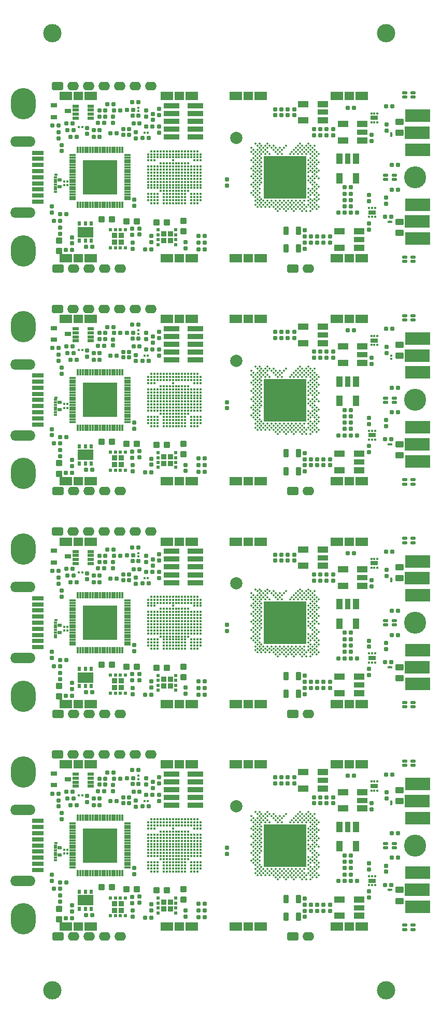
<source format=gts>
G04*
G04 #@! TF.GenerationSoftware,Altium Limited,Altium Designer,19.1.6 (110)*
G04*
G04 Layer_Color=8388736*
%FSLAX44Y44*%
%MOMM*%
G71*
G01*
G75*
%ADD54C,0.3500*%
%ADD67R,7.0000X7.0000*%
%ADD131C,3.0000*%
G04:AMPARAMS|DCode=132|XSize=0.7mm|YSize=1.1mm|CornerRadius=0.125mm|HoleSize=0mm|Usage=FLASHONLY|Rotation=270.000|XOffset=0mm|YOffset=0mm|HoleType=Round|Shape=RoundedRectangle|*
%AMROUNDEDRECTD132*
21,1,0.7000,0.8500,0,0,270.0*
21,1,0.4500,1.1000,0,0,270.0*
1,1,0.2500,-0.4250,-0.2250*
1,1,0.2500,-0.4250,0.2250*
1,1,0.2500,0.4250,0.2250*
1,1,0.2500,0.4250,-0.2250*
%
%ADD132ROUNDEDRECTD132*%
G04:AMPARAMS|DCode=133|XSize=0.7mm|YSize=0.7mm|CornerRadius=0.11mm|HoleSize=0mm|Usage=FLASHONLY|Rotation=270.000|XOffset=0mm|YOffset=0mm|HoleType=Round|Shape=RoundedRectangle|*
%AMROUNDEDRECTD133*
21,1,0.7000,0.4800,0,0,270.0*
21,1,0.4800,0.7000,0,0,270.0*
1,1,0.2200,-0.2400,-0.2400*
1,1,0.2200,-0.2400,0.2400*
1,1,0.2200,0.2400,0.2400*
1,1,0.2200,0.2400,-0.2400*
%
%ADD133ROUNDEDRECTD133*%
G04:AMPARAMS|DCode=134|XSize=0.6mm|YSize=0.7mm|CornerRadius=0.1mm|HoleSize=0mm|Usage=FLASHONLY|Rotation=90.000|XOffset=0mm|YOffset=0mm|HoleType=Round|Shape=RoundedRectangle|*
%AMROUNDEDRECTD134*
21,1,0.6000,0.5000,0,0,90.0*
21,1,0.4000,0.7000,0,0,90.0*
1,1,0.2000,0.2500,0.2000*
1,1,0.2000,0.2500,-0.2000*
1,1,0.2000,-0.2500,-0.2000*
1,1,0.2000,-0.2500,0.2000*
%
%ADD134ROUNDEDRECTD134*%
%ADD135R,0.9000X0.9000*%
%ADD136R,0.5500X0.6000*%
%ADD137R,0.9000X0.9000*%
%ADD138R,0.6000X0.5500*%
%ADD139R,1.5000X1.4000*%
%ADD140R,2.1000X1.4000*%
%ADD141C,0.3900*%
G04:AMPARAMS|DCode=142|XSize=0.6mm|YSize=0.7mm|CornerRadius=0.1mm|HoleSize=0mm|Usage=FLASHONLY|Rotation=0.000|XOffset=0mm|YOffset=0mm|HoleType=Round|Shape=RoundedRectangle|*
%AMROUNDEDRECTD142*
21,1,0.6000,0.5000,0,0,0.0*
21,1,0.4000,0.7000,0,0,0.0*
1,1,0.2000,0.2000,-0.2500*
1,1,0.2000,-0.2000,-0.2500*
1,1,0.2000,-0.2000,0.2500*
1,1,0.2000,0.2000,0.2500*
%
%ADD142ROUNDEDRECTD142*%
%ADD143R,0.3000X1.0000*%
%ADD144R,1.0000X0.3000*%
%ADD145R,5.6500X5.6500*%
%ADD146R,1.1000X0.5000*%
%ADD147R,0.4000X0.4500*%
%ADD148R,1.9000X0.8000*%
G04:AMPARAMS|DCode=149|XSize=0.8mm|YSize=0.5mm|CornerRadius=0.1mm|HoleSize=0mm|Usage=FLASHONLY|Rotation=180.000|XOffset=0mm|YOffset=0mm|HoleType=Round|Shape=RoundedRectangle|*
%AMROUNDEDRECTD149*
21,1,0.8000,0.3000,0,0,180.0*
21,1,0.6000,0.5000,0,0,180.0*
1,1,0.2000,-0.3000,0.1500*
1,1,0.2000,0.3000,0.1500*
1,1,0.2000,0.3000,-0.1500*
1,1,0.2000,-0.3000,-0.1500*
%
%ADD149ROUNDEDRECTD149*%
%ADD150R,0.5800X0.3100*%
%ADD151R,0.4800X0.3100*%
%ADD152R,0.7000X0.5500*%
G04:AMPARAMS|DCode=153|XSize=1.4mm|YSize=0.9mm|CornerRadius=0.15mm|HoleSize=0mm|Usage=FLASHONLY|Rotation=270.000|XOffset=0mm|YOffset=0mm|HoleType=Round|Shape=RoundedRectangle|*
%AMROUNDEDRECTD153*
21,1,1.4000,0.6000,0,0,270.0*
21,1,1.1000,0.9000,0,0,270.0*
1,1,0.3000,-0.3000,-0.5500*
1,1,0.3000,-0.3000,0.5500*
1,1,0.3000,0.3000,0.5500*
1,1,0.3000,0.3000,-0.5500*
%
%ADD153ROUNDEDRECTD153*%
G04:AMPARAMS|DCode=154|XSize=1.4mm|YSize=1.1mm|CornerRadius=0.175mm|HoleSize=0mm|Usage=FLASHONLY|Rotation=180.000|XOffset=0mm|YOffset=0mm|HoleType=Round|Shape=RoundedRectangle|*
%AMROUNDEDRECTD154*
21,1,1.4000,0.7500,0,0,180.0*
21,1,1.0500,1.1000,0,0,180.0*
1,1,0.3500,-0.5250,0.3750*
1,1,0.3500,0.5250,0.3750*
1,1,0.3500,0.5250,-0.3750*
1,1,0.3500,-0.5250,-0.3750*
%
%ADD154ROUNDEDRECTD154*%
G04:AMPARAMS|DCode=155|XSize=0.7mm|YSize=0.7mm|CornerRadius=0.11mm|HoleSize=0mm|Usage=FLASHONLY|Rotation=0.000|XOffset=0mm|YOffset=0mm|HoleType=Round|Shape=RoundedRectangle|*
%AMROUNDEDRECTD155*
21,1,0.7000,0.4800,0,0,0.0*
21,1,0.4800,0.7000,0,0,0.0*
1,1,0.2200,0.2400,-0.2400*
1,1,0.2200,-0.2400,-0.2400*
1,1,0.2200,-0.2400,0.2400*
1,1,0.2200,0.2400,0.2400*
%
%ADD155ROUNDEDRECTD155*%
G04:AMPARAMS|DCode=156|XSize=1.1mm|YSize=1mm|CornerRadius=0.1625mm|HoleSize=0mm|Usage=FLASHONLY|Rotation=0.000|XOffset=0mm|YOffset=0mm|HoleType=Round|Shape=RoundedRectangle|*
%AMROUNDEDRECTD156*
21,1,1.1000,0.6750,0,0,0.0*
21,1,0.7750,1.0000,0,0,0.0*
1,1,0.3250,0.3875,-0.3375*
1,1,0.3250,-0.3875,-0.3375*
1,1,0.3250,-0.3875,0.3375*
1,1,0.3250,0.3875,0.3375*
%
%ADD156ROUNDEDRECTD156*%
G04:AMPARAMS|DCode=157|XSize=1.1mm|YSize=1mm|CornerRadius=0.1625mm|HoleSize=0mm|Usage=FLASHONLY|Rotation=270.000|XOffset=0mm|YOffset=0mm|HoleType=Round|Shape=RoundedRectangle|*
%AMROUNDEDRECTD157*
21,1,1.1000,0.6750,0,0,270.0*
21,1,0.7750,1.0000,0,0,270.0*
1,1,0.3250,-0.3375,-0.3875*
1,1,0.3250,-0.3375,0.3875*
1,1,0.3250,0.3375,0.3875*
1,1,0.3250,0.3375,-0.3875*
%
%ADD157ROUNDEDRECTD157*%
%ADD158R,1.7500X1.0000*%
%ADD159R,1.7500X0.8600*%
%ADD160R,1.0000X1.7500*%
%ADD161R,0.8600X1.7500*%
%ADD162R,0.4100X0.4000*%
%ADD163R,0.4000X0.4100*%
%ADD164R,4.1000X2.1000*%
%ADD165C,2.0000*%
%ADD166R,2.5000X0.8500*%
%ADD167R,0.4500X0.4000*%
%ADD168R,1.3000X0.8000*%
%ADD169R,0.3500X0.4500*%
%ADD170R,2.6000X1.8000*%
%ADD171R,0.6000X0.8000*%
%ADD172C,3.6000*%
%ADD173O,4.1000X1.7000*%
G04:AMPARAMS|DCode=174|XSize=1.9mm|YSize=1.4mm|CornerRadius=0.375mm|HoleSize=0mm|Usage=FLASHONLY|Rotation=0.000|XOffset=0mm|YOffset=0mm|HoleType=Round|Shape=RoundedRectangle|*
%AMROUNDEDRECTD174*
21,1,1.9000,0.6500,0,0,0.0*
21,1,1.1500,1.4000,0,0,0.0*
1,1,0.7500,0.5750,-0.3250*
1,1,0.7500,-0.5750,-0.3250*
1,1,0.7500,-0.5750,0.3250*
1,1,0.7500,0.5750,0.3250*
%
%ADD174ROUNDEDRECTD174*%
%ADD175O,1.9000X1.4000*%
%ADD176O,4.1000X5.1000*%
%ADD177C,0.6000*%
G36*
X628500Y1317350D02*
X624500D01*
Y1317850D01*
X628500D01*
Y1317350D01*
D02*
G37*
G36*
X624750Y1173350D02*
X623000D01*
Y1177350D01*
X624750Y1177350D01*
Y1173350D01*
D02*
G37*
G36*
X88500Y1121350D02*
X84250D01*
Y1125350D01*
X88500D01*
Y1121350D01*
D02*
G37*
G36*
X628500Y953650D02*
X624500D01*
Y954150D01*
X628500D01*
Y953650D01*
D02*
G37*
G36*
X624750Y809650D02*
X623000D01*
Y813650D01*
X624750Y813650D01*
Y809650D01*
D02*
G37*
G36*
X88500Y757650D02*
X84250D01*
Y761650D01*
X88500D01*
Y757650D01*
D02*
G37*
G36*
X628500Y589950D02*
X624500D01*
Y590450D01*
X628500D01*
Y589950D01*
D02*
G37*
G36*
X624750Y445950D02*
X623000D01*
Y449950D01*
X624750Y449950D01*
Y445950D01*
D02*
G37*
G36*
X88500Y393950D02*
X84250D01*
Y397950D01*
X88500D01*
Y393950D01*
D02*
G37*
G36*
X628500Y226250D02*
X624500D01*
Y226750D01*
X628500D01*
Y226250D01*
D02*
G37*
G36*
X624750Y82250D02*
X623000D01*
Y86250D01*
X624750Y86250D01*
Y82250D01*
D02*
G37*
G36*
X88500Y30250D02*
X84250D01*
Y34250D01*
X88500D01*
Y30250D01*
D02*
G37*
D54*
X490560Y211400D02*
D03*
X493890Y208070D02*
D03*
X497220Y204740D02*
D03*
X500550Y201410D02*
D03*
X503880Y198080D02*
D03*
X507210Y194750D02*
D03*
X503880Y191420D02*
D03*
X500550Y194750D02*
D03*
X493890Y201410D02*
D03*
X497220Y198080D02*
D03*
X487230Y208070D02*
D03*
X490560Y204740D02*
D03*
X487230Y201410D02*
D03*
X483900Y204740D02*
D03*
X493890Y194750D02*
D03*
X490560Y198080D02*
D03*
X497220Y191420D02*
D03*
X500550Y188090D02*
D03*
X483900Y198080D02*
D03*
X480570Y201410D02*
D03*
X487230Y194750D02*
D03*
X497220Y184760D02*
D03*
X493890Y188090D02*
D03*
X473910Y208070D02*
D03*
X477240Y204740D02*
D03*
Y211400D02*
D03*
X480570Y208070D02*
D03*
X503880Y178100D02*
D03*
X500550Y181430D02*
D03*
X507210D02*
D03*
X503880Y184760D02*
D03*
X497220Y178100D02*
D03*
X500550Y174770D02*
D03*
X490560Y184760D02*
D03*
X493890Y181430D02*
D03*
X477240Y198080D02*
D03*
X480570Y194750D02*
D03*
X470580Y204740D02*
D03*
X473910Y201410D02*
D03*
X470580Y198080D02*
D03*
X467250Y201410D02*
D03*
X473910Y194750D02*
D03*
X467250D02*
D03*
X463920Y198080D02*
D03*
X460590Y194750D02*
D03*
X507210Y168110D02*
D03*
X503880Y171440D02*
D03*
X500550Y168110D02*
D03*
X503880Y164780D02*
D03*
X490560Y178100D02*
D03*
X497220Y171440D02*
D03*
X493890Y174770D02*
D03*
X503880Y158120D02*
D03*
X507210Y154790D02*
D03*
X493890Y168110D02*
D03*
X490560Y171440D02*
D03*
X500550Y161450D02*
D03*
X497220Y164780D02*
D03*
X490560D02*
D03*
X500550Y154790D02*
D03*
X497220Y158120D02*
D03*
Y151460D02*
D03*
X500550Y148130D02*
D03*
X490560Y158120D02*
D03*
X493890Y154790D02*
D03*
X507210Y141470D02*
D03*
X503880Y144800D02*
D03*
X497220D02*
D03*
X500550Y141470D02*
D03*
X490560Y151460D02*
D03*
X493890Y148130D02*
D03*
X503880Y138140D02*
D03*
X497220D02*
D03*
X500550Y134810D02*
D03*
X507210Y128150D02*
D03*
X503880Y131480D02*
D03*
X497220D02*
D03*
X500550Y128150D02*
D03*
X490560Y138140D02*
D03*
X493890Y134810D02*
D03*
X507210Y121490D02*
D03*
X503880Y124820D02*
D03*
X500550Y121490D02*
D03*
X490560Y131480D02*
D03*
X493890Y128150D02*
D03*
X500550Y114830D02*
D03*
X490560Y124820D02*
D03*
X493890Y121490D02*
D03*
X507210Y108170D02*
D03*
X503880Y111500D02*
D03*
X497220D02*
D03*
X500550Y108170D02*
D03*
X493890Y114830D02*
D03*
X503880Y104840D02*
D03*
X497220D02*
D03*
X490560Y111500D02*
D03*
X493890Y108170D02*
D03*
X500550Y208070D02*
D03*
X447270Y194750D02*
D03*
X440610D02*
D03*
X443940Y198080D02*
D03*
X447270Y201410D02*
D03*
X450600Y204740D02*
D03*
X453930Y208070D02*
D03*
X437280Y198080D02*
D03*
X440610Y201410D02*
D03*
X437280Y204740D02*
D03*
X433950Y201410D02*
D03*
Y208070D02*
D03*
X430620Y204740D02*
D03*
X443940D02*
D03*
X427290Y208070D02*
D03*
X423960Y211400D02*
D03*
X420630Y208070D02*
D03*
X423960Y204740D02*
D03*
X427290Y194750D02*
D03*
X423960Y198080D02*
D03*
X420630Y201410D02*
D03*
X413970Y208070D02*
D03*
X417300Y204740D02*
D03*
X410640Y211400D02*
D03*
X403980D02*
D03*
X410640Y204740D02*
D03*
X407310Y208070D02*
D03*
X413970Y201410D02*
D03*
X417300Y198080D02*
D03*
X420630Y194750D02*
D03*
X407310Y201410D02*
D03*
X410640Y198080D02*
D03*
X413970Y194750D02*
D03*
X397320Y204740D02*
D03*
X403980Y198080D02*
D03*
X400650Y201410D02*
D03*
X407310Y194750D02*
D03*
X410640Y191420D02*
D03*
X413970Y188090D02*
D03*
X397320Y198080D02*
D03*
X403980Y191420D02*
D03*
X400650Y194750D02*
D03*
X407310Y188090D02*
D03*
X410640Y184760D02*
D03*
X413970Y181430D02*
D03*
X403980Y184760D02*
D03*
X400650Y188090D02*
D03*
X407310Y181430D02*
D03*
X410640Y178100D02*
D03*
X413970Y174770D02*
D03*
X397320Y184760D02*
D03*
X403980Y178100D02*
D03*
X400650Y181430D02*
D03*
X407310Y174770D02*
D03*
X410640Y171440D02*
D03*
X413970Y168110D02*
D03*
X403980Y171440D02*
D03*
X400650Y174770D02*
D03*
X407310Y168110D02*
D03*
X410640Y164780D02*
D03*
X413970Y161450D02*
D03*
X397320Y171440D02*
D03*
X403980Y164780D02*
D03*
X400650Y168110D02*
D03*
X407310Y161450D02*
D03*
X410640Y158120D02*
D03*
X413970Y154790D02*
D03*
X403980Y158120D02*
D03*
X400650Y161450D02*
D03*
X407310Y154790D02*
D03*
X410640Y151460D02*
D03*
X413970Y148130D02*
D03*
X397320Y158120D02*
D03*
X403980Y151460D02*
D03*
X400650Y154790D02*
D03*
X407310Y148130D02*
D03*
X410640Y144800D02*
D03*
X403980Y144800D02*
D03*
X400650Y148130D02*
D03*
X407310Y141470D02*
D03*
X410640Y138140D02*
D03*
X397320Y144800D02*
D03*
X403980Y138140D02*
D03*
X400650Y141470D02*
D03*
X407310Y134810D02*
D03*
X410640Y131480D02*
D03*
X400650Y134810D02*
D03*
X407310Y128150D02*
D03*
X403980Y131480D02*
D03*
X410640Y124820D02*
D03*
X413970Y121490D02*
D03*
X417300Y118160D02*
D03*
X397320Y131480D02*
D03*
X403980Y124820D02*
D03*
X400650Y128150D02*
D03*
X407310Y121489D02*
D03*
X410640Y118160D02*
D03*
X413970Y114830D02*
D03*
X420630Y108169D02*
D03*
X417300Y111500D02*
D03*
X423960D02*
D03*
X420630Y114830D02*
D03*
X413970Y108169D02*
D03*
X410640Y111500D02*
D03*
X407310Y114830D02*
D03*
X403980Y118160D02*
D03*
X407310Y108169D02*
D03*
X403980Y111500D02*
D03*
X423960Y118160D02*
D03*
X430620D02*
D03*
X437280D02*
D03*
X443940D02*
D03*
X450600D02*
D03*
X457260D02*
D03*
X463920D02*
D03*
X470580D02*
D03*
X477240D02*
D03*
X483900D02*
D03*
X490560D02*
D03*
X497220D02*
D03*
X503880D02*
D03*
X427290Y114830D02*
D03*
X433950D02*
D03*
X440610D02*
D03*
X447270D02*
D03*
X453930D02*
D03*
X460590D02*
D03*
X467250D02*
D03*
X480570D02*
D03*
X473910D02*
D03*
X483900Y111500D02*
D03*
X477240D02*
D03*
X470580D02*
D03*
X463920D02*
D03*
X457260D02*
D03*
X450600D02*
D03*
X443940D02*
D03*
X437280D02*
D03*
X430620D02*
D03*
X480570Y108169D02*
D03*
X473910D02*
D03*
X467250D02*
D03*
X460590D02*
D03*
X453930D02*
D03*
X447270D02*
D03*
X440610D02*
D03*
X433950D02*
D03*
X427290D02*
D03*
X487230D02*
D03*
X493890Y101510D02*
D03*
X483900Y104839D02*
D03*
X437280D02*
D03*
X443940D02*
D03*
X450600D02*
D03*
X457260D02*
D03*
X463920D02*
D03*
X470580D02*
D03*
X477240D02*
D03*
X487230Y101510D02*
D03*
X480570D02*
D03*
X467250D02*
D03*
X453930D02*
D03*
X440610D02*
D03*
X490560Y575100D02*
D03*
X493890Y571770D02*
D03*
X497220Y568440D02*
D03*
X500550Y565110D02*
D03*
X503880Y561780D02*
D03*
X507210Y558450D02*
D03*
X503880Y555120D02*
D03*
X500550Y558450D02*
D03*
X493890Y565110D02*
D03*
X497220Y561780D02*
D03*
X487230Y571770D02*
D03*
X490560Y568440D02*
D03*
X487230Y565110D02*
D03*
X483900Y568440D02*
D03*
X493890Y558450D02*
D03*
X490560Y561780D02*
D03*
X497220Y555120D02*
D03*
X500550Y551790D02*
D03*
X483900Y561780D02*
D03*
X480570Y565110D02*
D03*
X487230Y558450D02*
D03*
X497220Y548460D02*
D03*
X493890Y551790D02*
D03*
X473910Y571770D02*
D03*
X477240Y568440D02*
D03*
Y575100D02*
D03*
X480570Y571770D02*
D03*
X503880Y541800D02*
D03*
X500550Y545130D02*
D03*
X507210D02*
D03*
X503880Y548460D02*
D03*
X497220Y541800D02*
D03*
X500550Y538470D02*
D03*
X490560Y548460D02*
D03*
X493890Y545130D02*
D03*
X477240Y561780D02*
D03*
X480570Y558450D02*
D03*
X470580Y568440D02*
D03*
X473910Y565110D02*
D03*
X470580Y561780D02*
D03*
X467250Y565110D02*
D03*
X473910Y558450D02*
D03*
X467250D02*
D03*
X463920Y561780D02*
D03*
X460590Y558450D02*
D03*
X507210Y531810D02*
D03*
X503880Y535140D02*
D03*
X500550Y531810D02*
D03*
X503880Y528480D02*
D03*
X490560Y541800D02*
D03*
X497220Y535140D02*
D03*
X493890Y538470D02*
D03*
X503880Y521820D02*
D03*
X507210Y518490D02*
D03*
X493890Y531810D02*
D03*
X490560Y535140D02*
D03*
X500550Y525150D02*
D03*
X497220Y528480D02*
D03*
X490560D02*
D03*
X500550Y518490D02*
D03*
X497220Y521820D02*
D03*
Y515160D02*
D03*
X500550Y511830D02*
D03*
X490560Y521820D02*
D03*
X493890Y518490D02*
D03*
X507210Y505170D02*
D03*
X503880Y508500D02*
D03*
X497220D02*
D03*
X500550Y505170D02*
D03*
X490560Y515160D02*
D03*
X493890Y511830D02*
D03*
X503880Y501840D02*
D03*
X497220D02*
D03*
X500550Y498510D02*
D03*
X507210Y491850D02*
D03*
X503880Y495180D02*
D03*
X497220D02*
D03*
X500550Y491850D02*
D03*
X490560Y501840D02*
D03*
X493890Y498510D02*
D03*
X507210Y485190D02*
D03*
X503880Y488520D02*
D03*
X500550Y485190D02*
D03*
X490560Y495180D02*
D03*
X493890Y491850D02*
D03*
X500550Y478530D02*
D03*
X490560Y488520D02*
D03*
X493890Y485190D02*
D03*
X507210Y471870D02*
D03*
X503880Y475200D02*
D03*
X497220D02*
D03*
X500550Y471870D02*
D03*
X493890Y478530D02*
D03*
X503880Y468540D02*
D03*
X497220D02*
D03*
X490560Y475200D02*
D03*
X493890Y471870D02*
D03*
X500550Y571770D02*
D03*
X447270Y558450D02*
D03*
X440610D02*
D03*
X443940Y561780D02*
D03*
X447270Y565110D02*
D03*
X450600Y568440D02*
D03*
X453930Y571770D02*
D03*
X437280Y561780D02*
D03*
X440610Y565110D02*
D03*
X437280Y568440D02*
D03*
X433950Y565110D02*
D03*
Y571770D02*
D03*
X430620Y568440D02*
D03*
X443940D02*
D03*
X427290Y571770D02*
D03*
X423960Y575100D02*
D03*
X420630Y571770D02*
D03*
X423960Y568440D02*
D03*
X427290Y558450D02*
D03*
X423960Y561780D02*
D03*
X420630Y565110D02*
D03*
X413970Y571770D02*
D03*
X417300Y568440D02*
D03*
X410640Y575100D02*
D03*
X403980D02*
D03*
X410640Y568440D02*
D03*
X407310Y571770D02*
D03*
X413970Y565110D02*
D03*
X417300Y561780D02*
D03*
X420630Y558450D02*
D03*
X407310Y565110D02*
D03*
X410640Y561780D02*
D03*
X413970Y558450D02*
D03*
X397320Y568440D02*
D03*
X403980Y561780D02*
D03*
X400650Y565110D02*
D03*
X407310Y558450D02*
D03*
X410640Y555120D02*
D03*
X413970Y551790D02*
D03*
X397320Y561780D02*
D03*
X403980Y555120D02*
D03*
X400650Y558450D02*
D03*
X407310Y551790D02*
D03*
X410640Y548460D02*
D03*
X413970Y545130D02*
D03*
X403980Y548460D02*
D03*
X400650Y551790D02*
D03*
X407310Y545130D02*
D03*
X410640Y541800D02*
D03*
X413970Y538470D02*
D03*
X397320Y548460D02*
D03*
X403980Y541800D02*
D03*
X400650Y545130D02*
D03*
X407310Y538470D02*
D03*
X410640Y535140D02*
D03*
X413970Y531810D02*
D03*
X403980Y535140D02*
D03*
X400650Y538470D02*
D03*
X407310Y531810D02*
D03*
X410640Y528480D02*
D03*
X413970Y525150D02*
D03*
X397320Y535140D02*
D03*
X403980Y528480D02*
D03*
X400650Y531810D02*
D03*
X407310Y525150D02*
D03*
X410640Y521820D02*
D03*
X413970Y518490D02*
D03*
X403980Y521820D02*
D03*
X400650Y525150D02*
D03*
X407310Y518490D02*
D03*
X410640Y515160D02*
D03*
X413970Y511830D02*
D03*
X397320Y521820D02*
D03*
X403980Y515160D02*
D03*
X400650Y518490D02*
D03*
X407310Y511830D02*
D03*
X410640Y508500D02*
D03*
X403980Y508500D02*
D03*
X400650Y511830D02*
D03*
X407310Y505170D02*
D03*
X410640Y501840D02*
D03*
X397320Y508500D02*
D03*
X403980Y501840D02*
D03*
X400650Y505170D02*
D03*
X407310Y498510D02*
D03*
X410640Y495180D02*
D03*
X400650Y498510D02*
D03*
X407310Y491850D02*
D03*
X403980Y495180D02*
D03*
X410640Y488520D02*
D03*
X413970Y485190D02*
D03*
X417300Y481860D02*
D03*
X397320Y495180D02*
D03*
X403980Y488520D02*
D03*
X400650Y491850D02*
D03*
X407310Y485190D02*
D03*
X410640Y481860D02*
D03*
X413970Y478530D02*
D03*
X420630Y471870D02*
D03*
X417300Y475200D02*
D03*
X423960D02*
D03*
X420630Y478530D02*
D03*
X413970Y471870D02*
D03*
X410640Y475200D02*
D03*
X407310Y478530D02*
D03*
X403980Y481860D02*
D03*
X407310Y471870D02*
D03*
X403980Y475200D02*
D03*
X423960Y481860D02*
D03*
X430620D02*
D03*
X437280D02*
D03*
X443940D02*
D03*
X450600D02*
D03*
X457260D02*
D03*
X463920D02*
D03*
X470580D02*
D03*
X477240D02*
D03*
X483900D02*
D03*
X490560D02*
D03*
X497220D02*
D03*
X503880D02*
D03*
X427290Y478530D02*
D03*
X433950D02*
D03*
X440610D02*
D03*
X447270D02*
D03*
X453930D02*
D03*
X460590D02*
D03*
X467250D02*
D03*
X480570D02*
D03*
X473910D02*
D03*
X483900Y475200D02*
D03*
X477240D02*
D03*
X470580D02*
D03*
X463920D02*
D03*
X457260D02*
D03*
X450600D02*
D03*
X443940D02*
D03*
X437280D02*
D03*
X430620D02*
D03*
X480570Y471870D02*
D03*
X473910D02*
D03*
X467250D02*
D03*
X460590D02*
D03*
X453930D02*
D03*
X447270D02*
D03*
X440610D02*
D03*
X433950D02*
D03*
X427290D02*
D03*
X487230D02*
D03*
X493890Y465210D02*
D03*
X483900Y468540D02*
D03*
X437280D02*
D03*
X443940D02*
D03*
X450600D02*
D03*
X457260D02*
D03*
X463920D02*
D03*
X470580D02*
D03*
X477240D02*
D03*
X487230Y465210D02*
D03*
X480570D02*
D03*
X467250D02*
D03*
X453930D02*
D03*
X440610D02*
D03*
X490560Y938800D02*
D03*
X493890Y935470D02*
D03*
X497220Y932140D02*
D03*
X500550Y928810D02*
D03*
X503880Y925480D02*
D03*
X507210Y922150D02*
D03*
X503880Y918820D02*
D03*
X500550Y922150D02*
D03*
X493890Y928810D02*
D03*
X497220Y925480D02*
D03*
X487230Y935470D02*
D03*
X490560Y932140D02*
D03*
X487230Y928810D02*
D03*
X483900Y932140D02*
D03*
X493890Y922150D02*
D03*
X490560Y925480D02*
D03*
X497220Y918820D02*
D03*
X500550Y915490D02*
D03*
X483900Y925480D02*
D03*
X480570Y928810D02*
D03*
X487230Y922150D02*
D03*
X497220Y912160D02*
D03*
X493890Y915490D02*
D03*
X473910Y935470D02*
D03*
X477240Y932140D02*
D03*
Y938800D02*
D03*
X480570Y935470D02*
D03*
X503880Y905500D02*
D03*
X500550Y908830D02*
D03*
X507210D02*
D03*
X503880Y912160D02*
D03*
X497220Y905500D02*
D03*
X500550Y902170D02*
D03*
X490560Y912160D02*
D03*
X493890Y908830D02*
D03*
X477240Y925480D02*
D03*
X480570Y922150D02*
D03*
X470580Y932140D02*
D03*
X473910Y928810D02*
D03*
X470580Y925480D02*
D03*
X467250Y928810D02*
D03*
X473910Y922150D02*
D03*
X467250D02*
D03*
X463920Y925480D02*
D03*
X460590Y922150D02*
D03*
X507210Y895510D02*
D03*
X503880Y898840D02*
D03*
X500550Y895510D02*
D03*
X503880Y892180D02*
D03*
X490560Y905500D02*
D03*
X497220Y898840D02*
D03*
X493890Y902170D02*
D03*
X503880Y885520D02*
D03*
X507210Y882190D02*
D03*
X493890Y895510D02*
D03*
X490560Y898840D02*
D03*
X500550Y888850D02*
D03*
X497220Y892180D02*
D03*
X490560D02*
D03*
X500550Y882190D02*
D03*
X497220Y885520D02*
D03*
Y878860D02*
D03*
X500550Y875530D02*
D03*
X490560Y885520D02*
D03*
X493890Y882190D02*
D03*
X507210Y868870D02*
D03*
X503880Y872200D02*
D03*
X497220D02*
D03*
X500550Y868870D02*
D03*
X490560Y878860D02*
D03*
X493890Y875530D02*
D03*
X503880Y865540D02*
D03*
X497220D02*
D03*
X500550Y862210D02*
D03*
X507210Y855550D02*
D03*
X503880Y858880D02*
D03*
X497220D02*
D03*
X500550Y855550D02*
D03*
X490560Y865540D02*
D03*
X493890Y862210D02*
D03*
X507210Y848890D02*
D03*
X503880Y852220D02*
D03*
X500550Y848890D02*
D03*
X490560Y858880D02*
D03*
X493890Y855550D02*
D03*
X500550Y842230D02*
D03*
X490560Y852220D02*
D03*
X493890Y848890D02*
D03*
X507210Y835570D02*
D03*
X503880Y838900D02*
D03*
X497220D02*
D03*
X500550Y835570D02*
D03*
X493890Y842230D02*
D03*
X503880Y832240D02*
D03*
X497220D02*
D03*
X490560Y838900D02*
D03*
X493890Y835570D02*
D03*
X500550Y935470D02*
D03*
X447270Y922150D02*
D03*
X440610D02*
D03*
X443940Y925480D02*
D03*
X447270Y928810D02*
D03*
X450600Y932140D02*
D03*
X453930Y935470D02*
D03*
X437280Y925480D02*
D03*
X440610Y928810D02*
D03*
X437280Y932140D02*
D03*
X433950Y928810D02*
D03*
Y935470D02*
D03*
X430620Y932140D02*
D03*
X443940D02*
D03*
X427290Y935470D02*
D03*
X423960Y938800D02*
D03*
X420630Y935470D02*
D03*
X423960Y932140D02*
D03*
X427290Y922150D02*
D03*
X423960Y925480D02*
D03*
X420630Y928810D02*
D03*
X413970Y935470D02*
D03*
X417300Y932140D02*
D03*
X410640Y938800D02*
D03*
X403980D02*
D03*
X410640Y932140D02*
D03*
X407310Y935470D02*
D03*
X413970Y928810D02*
D03*
X417300Y925480D02*
D03*
X420630Y922150D02*
D03*
X407310Y928810D02*
D03*
X410640Y925480D02*
D03*
X413970Y922150D02*
D03*
X397320Y932140D02*
D03*
X403980Y925480D02*
D03*
X400650Y928810D02*
D03*
X407310Y922150D02*
D03*
X410640Y918820D02*
D03*
X413970Y915490D02*
D03*
X397320Y925480D02*
D03*
X403980Y918820D02*
D03*
X400650Y922150D02*
D03*
X407310Y915490D02*
D03*
X410640Y912160D02*
D03*
X413970Y908830D02*
D03*
X403980Y912160D02*
D03*
X400650Y915490D02*
D03*
X407310Y908830D02*
D03*
X410640Y905500D02*
D03*
X413970Y902170D02*
D03*
X397320Y912160D02*
D03*
X403980Y905500D02*
D03*
X400650Y908830D02*
D03*
X407310Y902170D02*
D03*
X410640Y898840D02*
D03*
X413970Y895510D02*
D03*
X403980Y898840D02*
D03*
X400650Y902170D02*
D03*
X407310Y895510D02*
D03*
X410640Y892180D02*
D03*
X413970Y888850D02*
D03*
X397320Y898840D02*
D03*
X403980Y892180D02*
D03*
X400650Y895510D02*
D03*
X407310Y888850D02*
D03*
X410640Y885520D02*
D03*
X413970Y882190D02*
D03*
X403980Y885520D02*
D03*
X400650Y888850D02*
D03*
X407310Y882190D02*
D03*
X410640Y878860D02*
D03*
X413970Y875530D02*
D03*
X397320Y885520D02*
D03*
X403980Y878860D02*
D03*
X400650Y882190D02*
D03*
X407310Y875530D02*
D03*
X410640Y872200D02*
D03*
X403980Y872200D02*
D03*
X400650Y875530D02*
D03*
X407310Y868870D02*
D03*
X410640Y865540D02*
D03*
X397320Y872200D02*
D03*
X403980Y865540D02*
D03*
X400650Y868870D02*
D03*
X407310Y862210D02*
D03*
X410640Y858880D02*
D03*
X400650Y862210D02*
D03*
X407310Y855550D02*
D03*
X403980Y858880D02*
D03*
X410640Y852220D02*
D03*
X413970Y848890D02*
D03*
X417300Y845560D02*
D03*
X397320Y858880D02*
D03*
X403980Y852220D02*
D03*
X400650Y855550D02*
D03*
X407310Y848890D02*
D03*
X410640Y845560D02*
D03*
X413970Y842230D02*
D03*
X420630Y835570D02*
D03*
X417300Y838900D02*
D03*
X423960D02*
D03*
X420630Y842230D02*
D03*
X413970Y835570D02*
D03*
X410640Y838900D02*
D03*
X407310Y842230D02*
D03*
X403980Y845560D02*
D03*
X407310Y835570D02*
D03*
X403980Y838900D02*
D03*
X423960Y845560D02*
D03*
X430620D02*
D03*
X437280D02*
D03*
X443940D02*
D03*
X450600D02*
D03*
X457260D02*
D03*
X463920D02*
D03*
X470580D02*
D03*
X477240D02*
D03*
X483900D02*
D03*
X490560D02*
D03*
X497220D02*
D03*
X503880D02*
D03*
X427290Y842230D02*
D03*
X433950D02*
D03*
X440610D02*
D03*
X447270D02*
D03*
X453930D02*
D03*
X460590D02*
D03*
X467250D02*
D03*
X480570D02*
D03*
X473910D02*
D03*
X483900Y838900D02*
D03*
X477240D02*
D03*
X470580D02*
D03*
X463920D02*
D03*
X457260D02*
D03*
X450600D02*
D03*
X443940D02*
D03*
X437280D02*
D03*
X430620D02*
D03*
X480570Y835570D02*
D03*
X473910D02*
D03*
X467250D02*
D03*
X460590D02*
D03*
X453930D02*
D03*
X447270D02*
D03*
X440610D02*
D03*
X433950D02*
D03*
X427290D02*
D03*
X487230D02*
D03*
X493890Y828910D02*
D03*
X483900Y832240D02*
D03*
X437280D02*
D03*
X443940D02*
D03*
X450600D02*
D03*
X457260D02*
D03*
X463920D02*
D03*
X470580D02*
D03*
X477240D02*
D03*
X487230Y828910D02*
D03*
X480570D02*
D03*
X467250D02*
D03*
X453930D02*
D03*
X440610D02*
D03*
X490560Y1302500D02*
D03*
X493890Y1299170D02*
D03*
X497220Y1295840D02*
D03*
X500550Y1292510D02*
D03*
X503880Y1289180D02*
D03*
X507210Y1285850D02*
D03*
X503880Y1282520D02*
D03*
X500550Y1285850D02*
D03*
X493890Y1292510D02*
D03*
X497220Y1289180D02*
D03*
X487230Y1299170D02*
D03*
X490560Y1295840D02*
D03*
X487230Y1292510D02*
D03*
X483900Y1295840D02*
D03*
X493890Y1285850D02*
D03*
X490560Y1289180D02*
D03*
X497220Y1282520D02*
D03*
X500550Y1279190D02*
D03*
X483900Y1289180D02*
D03*
X480570Y1292510D02*
D03*
X487230Y1285850D02*
D03*
X497220Y1275860D02*
D03*
X493890Y1279190D02*
D03*
X473910Y1299170D02*
D03*
X477240Y1295840D02*
D03*
Y1302500D02*
D03*
X480570Y1299170D02*
D03*
X503880Y1269200D02*
D03*
X500550Y1272530D02*
D03*
X507210D02*
D03*
X503880Y1275860D02*
D03*
X497220Y1269200D02*
D03*
X500550Y1265870D02*
D03*
X490560Y1275860D02*
D03*
X493890Y1272530D02*
D03*
X477240Y1289180D02*
D03*
X480570Y1285850D02*
D03*
X470580Y1295840D02*
D03*
X473910Y1292510D02*
D03*
X470580Y1289180D02*
D03*
X467250Y1292510D02*
D03*
X473910Y1285850D02*
D03*
X467250D02*
D03*
X463920Y1289180D02*
D03*
X460590Y1285850D02*
D03*
X507210Y1259210D02*
D03*
X503880Y1262540D02*
D03*
X500550Y1259210D02*
D03*
X503880Y1255880D02*
D03*
X490560Y1269200D02*
D03*
X497220Y1262540D02*
D03*
X493890Y1265870D02*
D03*
X503880Y1249220D02*
D03*
X507210Y1245890D02*
D03*
X493890Y1259210D02*
D03*
X490560Y1262540D02*
D03*
X500550Y1252550D02*
D03*
X497220Y1255880D02*
D03*
X490560D02*
D03*
X500550Y1245890D02*
D03*
X497220Y1249220D02*
D03*
Y1242560D02*
D03*
X500550Y1239230D02*
D03*
X490560Y1249220D02*
D03*
X493890Y1245890D02*
D03*
X507210Y1232570D02*
D03*
X503880Y1235900D02*
D03*
X497220D02*
D03*
X500550Y1232570D02*
D03*
X490560Y1242560D02*
D03*
X493890Y1239230D02*
D03*
X503880Y1229240D02*
D03*
X497220D02*
D03*
X500550Y1225910D02*
D03*
X507210Y1219250D02*
D03*
X503880Y1222580D02*
D03*
X497220D02*
D03*
X500550Y1219250D02*
D03*
X490560Y1229240D02*
D03*
X493890Y1225910D02*
D03*
X507210Y1212590D02*
D03*
X503880Y1215920D02*
D03*
X500550Y1212590D02*
D03*
X490560Y1222580D02*
D03*
X493890Y1219250D02*
D03*
X500550Y1205930D02*
D03*
X490560Y1215920D02*
D03*
X493890Y1212590D02*
D03*
X507210Y1199270D02*
D03*
X503880Y1202600D02*
D03*
X497220D02*
D03*
X500550Y1199270D02*
D03*
X493890Y1205930D02*
D03*
X503880Y1195940D02*
D03*
X497220D02*
D03*
X490560Y1202600D02*
D03*
X493890Y1199270D02*
D03*
X500550Y1299170D02*
D03*
X447270Y1285850D02*
D03*
X440610D02*
D03*
X443940Y1289180D02*
D03*
X447270Y1292510D02*
D03*
X450600Y1295840D02*
D03*
X453930Y1299170D02*
D03*
X437280Y1289180D02*
D03*
X440610Y1292510D02*
D03*
X437280Y1295840D02*
D03*
X433950Y1292510D02*
D03*
Y1299170D02*
D03*
X430620Y1295840D02*
D03*
X443940D02*
D03*
X427290Y1299170D02*
D03*
X423960Y1302500D02*
D03*
X420630Y1299170D02*
D03*
X423960Y1295840D02*
D03*
X427290Y1285850D02*
D03*
X423960Y1289180D02*
D03*
X420630Y1292510D02*
D03*
X413970Y1299170D02*
D03*
X417300Y1295840D02*
D03*
X410640Y1302500D02*
D03*
X403980D02*
D03*
X410640Y1295840D02*
D03*
X407310Y1299170D02*
D03*
X413970Y1292510D02*
D03*
X417300Y1289180D02*
D03*
X420630Y1285850D02*
D03*
X407310Y1292510D02*
D03*
X410640Y1289180D02*
D03*
X413970Y1285850D02*
D03*
X397320Y1295840D02*
D03*
X403980Y1289180D02*
D03*
X400650Y1292510D02*
D03*
X407310Y1285850D02*
D03*
X410640Y1282520D02*
D03*
X413970Y1279190D02*
D03*
X397320Y1289180D02*
D03*
X403980Y1282520D02*
D03*
X400650Y1285850D02*
D03*
X407310Y1279190D02*
D03*
X410640Y1275860D02*
D03*
X413970Y1272530D02*
D03*
X403980Y1275860D02*
D03*
X400650Y1279190D02*
D03*
X407310Y1272530D02*
D03*
X410640Y1269200D02*
D03*
X413970Y1265870D02*
D03*
X397320Y1275860D02*
D03*
X403980Y1269200D02*
D03*
X400650Y1272530D02*
D03*
X407310Y1265870D02*
D03*
X410640Y1262540D02*
D03*
X413970Y1259210D02*
D03*
X403980Y1262540D02*
D03*
X400650Y1265870D02*
D03*
X407310Y1259210D02*
D03*
X410640Y1255880D02*
D03*
X413970Y1252550D02*
D03*
X397320Y1262540D02*
D03*
X403980Y1255880D02*
D03*
X400650Y1259210D02*
D03*
X407310Y1252550D02*
D03*
X410640Y1249220D02*
D03*
X413970Y1245890D02*
D03*
X403980Y1249220D02*
D03*
X400650Y1252550D02*
D03*
X407310Y1245890D02*
D03*
X410640Y1242560D02*
D03*
X413970Y1239230D02*
D03*
X397320Y1249220D02*
D03*
X403980Y1242560D02*
D03*
X400650Y1245890D02*
D03*
X407310Y1239230D02*
D03*
X410640Y1235900D02*
D03*
X403980Y1235900D02*
D03*
X400650Y1239230D02*
D03*
X407310Y1232570D02*
D03*
X410640Y1229240D02*
D03*
X397320Y1235900D02*
D03*
X403980Y1229240D02*
D03*
X400650Y1232570D02*
D03*
X407310Y1225910D02*
D03*
X410640Y1222580D02*
D03*
X400650Y1225910D02*
D03*
X407310Y1219250D02*
D03*
X403980Y1222580D02*
D03*
X410640Y1215920D02*
D03*
X413970Y1212590D02*
D03*
X417300Y1209260D02*
D03*
X397320Y1222580D02*
D03*
X403980Y1215920D02*
D03*
X400650Y1219250D02*
D03*
X407310Y1212590D02*
D03*
X410640Y1209260D02*
D03*
X413970Y1205930D02*
D03*
X420630Y1199270D02*
D03*
X417300Y1202600D02*
D03*
X423960D02*
D03*
X420630Y1205930D02*
D03*
X413970Y1199270D02*
D03*
X410640Y1202600D02*
D03*
X407310Y1205930D02*
D03*
X403980Y1209260D02*
D03*
X407310Y1199270D02*
D03*
X403980Y1202600D02*
D03*
X423960Y1209260D02*
D03*
X430620D02*
D03*
X437280D02*
D03*
X443940D02*
D03*
X450600D02*
D03*
X457260D02*
D03*
X463920D02*
D03*
X470580D02*
D03*
X477240D02*
D03*
X483900D02*
D03*
X490560D02*
D03*
X497220D02*
D03*
X503880D02*
D03*
X427290Y1205930D02*
D03*
X433950D02*
D03*
X440610D02*
D03*
X447270D02*
D03*
X453930D02*
D03*
X460590D02*
D03*
X467250D02*
D03*
X480570D02*
D03*
X473910D02*
D03*
X483900Y1202600D02*
D03*
X477240D02*
D03*
X470580D02*
D03*
X463920D02*
D03*
X457260D02*
D03*
X450600D02*
D03*
X443940D02*
D03*
X437280D02*
D03*
X430620D02*
D03*
X480570Y1199270D02*
D03*
X473910D02*
D03*
X467250D02*
D03*
X460590D02*
D03*
X453930D02*
D03*
X447270D02*
D03*
X440610D02*
D03*
X433950D02*
D03*
X427290D02*
D03*
X487230D02*
D03*
X493890Y1192610D02*
D03*
X483900Y1195940D02*
D03*
X437280D02*
D03*
X443940D02*
D03*
X450600D02*
D03*
X457260D02*
D03*
X463920D02*
D03*
X470580D02*
D03*
X477240D02*
D03*
X487230Y1192610D02*
D03*
X480570D02*
D03*
X467250D02*
D03*
X453930D02*
D03*
X440610D02*
D03*
D67*
X452160Y156410D02*
D03*
Y520110D02*
D03*
Y883810D02*
D03*
Y1247510D02*
D03*
D131*
X71999Y1482800D02*
D03*
X617999D02*
D03*
X618000Y-80000D02*
D03*
X72000D02*
D03*
D132*
X74500Y274250D02*
D03*
Y255250D02*
D03*
X97500Y264750D02*
D03*
X74500Y637950D02*
D03*
Y618950D02*
D03*
X97500Y628450D02*
D03*
X74500Y1001650D02*
D03*
Y982650D02*
D03*
X97500Y992150D02*
D03*
X74500Y1365350D02*
D03*
Y1346350D02*
D03*
X97500Y1355850D02*
D03*
D133*
X96750Y233500D02*
D03*
X106750D02*
D03*
X105000Y244500D02*
D03*
X95000D02*
D03*
X112250Y222500D02*
D03*
X102250D02*
D03*
X637328Y176600D02*
D03*
X627328Y176600D02*
D03*
X637328Y136600D02*
D03*
X627328D02*
D03*
X72250Y241500D02*
D03*
X82250D02*
D03*
X95000Y96250D02*
D03*
X85000D02*
D03*
X147250Y245500D02*
D03*
X157250D02*
D03*
X149750Y233500D02*
D03*
X139750D02*
D03*
X149750Y222500D02*
D03*
X139750D02*
D03*
X234000Y39000D02*
D03*
X224000D02*
D03*
X94750Y37750D02*
D03*
X104750D02*
D03*
X226000Y239500D02*
D03*
X236000D02*
D03*
X194500Y266750D02*
D03*
X204500D02*
D03*
X549926Y98771D02*
D03*
X539927D02*
D03*
X559927Y98771D02*
D03*
X569926D02*
D03*
X321250Y39250D02*
D03*
X311250D02*
D03*
X321275Y50205D02*
D03*
X311275D02*
D03*
X321250Y61250D02*
D03*
X311250D02*
D03*
X96750Y597200D02*
D03*
X106750D02*
D03*
X105000Y608200D02*
D03*
X95000D02*
D03*
X112250Y586200D02*
D03*
X102250D02*
D03*
X637328Y540300D02*
D03*
X627328Y540300D02*
D03*
X637328Y500300D02*
D03*
X627328D02*
D03*
X72250Y605200D02*
D03*
X82250D02*
D03*
X95000Y459950D02*
D03*
X85000D02*
D03*
X147250Y609200D02*
D03*
X157250D02*
D03*
X149750Y597200D02*
D03*
X139750D02*
D03*
X149750Y586200D02*
D03*
X139750D02*
D03*
X234000Y402700D02*
D03*
X224000D02*
D03*
X94750Y401450D02*
D03*
X104750D02*
D03*
X226000Y603200D02*
D03*
X236000D02*
D03*
X194500Y630450D02*
D03*
X204500D02*
D03*
X549926Y462471D02*
D03*
X539927D02*
D03*
X559927Y462471D02*
D03*
X569926D02*
D03*
X321250Y402950D02*
D03*
X311250D02*
D03*
X321275Y413905D02*
D03*
X311275D02*
D03*
X321250Y424950D02*
D03*
X311250D02*
D03*
X96750Y960900D02*
D03*
X106750D02*
D03*
X105000Y971900D02*
D03*
X95000D02*
D03*
X112250Y949900D02*
D03*
X102250D02*
D03*
X637328Y904000D02*
D03*
X627328Y904000D02*
D03*
X637328Y864000D02*
D03*
X627328D02*
D03*
X72250Y968900D02*
D03*
X82250D02*
D03*
X95000Y823650D02*
D03*
X85000D02*
D03*
X147250Y972900D02*
D03*
X157250D02*
D03*
X149750Y960900D02*
D03*
X139750D02*
D03*
X149750Y949900D02*
D03*
X139750D02*
D03*
X234000Y766400D02*
D03*
X224000D02*
D03*
X94750Y765150D02*
D03*
X104750D02*
D03*
X226000Y966900D02*
D03*
X236000D02*
D03*
X194500Y994150D02*
D03*
X204500D02*
D03*
X549926Y826171D02*
D03*
X539927D02*
D03*
X559927Y826171D02*
D03*
X569926D02*
D03*
X321250Y766650D02*
D03*
X311250D02*
D03*
X321275Y777605D02*
D03*
X311275D02*
D03*
X321250Y788650D02*
D03*
X311250D02*
D03*
X96750Y1324600D02*
D03*
X106750D02*
D03*
X105000Y1335600D02*
D03*
X95000D02*
D03*
X112250Y1313600D02*
D03*
X102250D02*
D03*
X637328Y1267700D02*
D03*
X627328Y1267700D02*
D03*
X637328Y1227700D02*
D03*
X627328D02*
D03*
X72250Y1332600D02*
D03*
X82250D02*
D03*
X95000Y1187350D02*
D03*
X85000D02*
D03*
X147250Y1336600D02*
D03*
X157250D02*
D03*
X149750Y1324600D02*
D03*
X139750D02*
D03*
X149750Y1313600D02*
D03*
X139750D02*
D03*
X234000Y1130100D02*
D03*
X224000D02*
D03*
X94750Y1128850D02*
D03*
X104750D02*
D03*
X226000Y1330600D02*
D03*
X236000D02*
D03*
X194500Y1357850D02*
D03*
X204500D02*
D03*
X549926Y1189871D02*
D03*
X539927D02*
D03*
X559927Y1189871D02*
D03*
X569926D02*
D03*
X321250Y1130350D02*
D03*
X311250D02*
D03*
X321275Y1141305D02*
D03*
X311275D02*
D03*
X321250Y1152350D02*
D03*
X311250D02*
D03*
D134*
X229500Y220750D02*
D03*
X219500D02*
D03*
X149000Y266000D02*
D03*
X159000D02*
D03*
X149000Y256000D02*
D03*
X159000D02*
D03*
X177000Y229000D02*
D03*
X167000D02*
D03*
X626250Y92500D02*
D03*
X616250D02*
D03*
X510250Y235500D02*
D03*
X520250D02*
D03*
X447000Y268000D02*
D03*
X457000D02*
D03*
X457000Y258000D02*
D03*
X447000D02*
D03*
X75000Y85750D02*
D03*
X85000D02*
D03*
X127500Y43250D02*
D03*
X137500D02*
D03*
X505352Y50150D02*
D03*
X515352D02*
D03*
X183500Y266000D02*
D03*
X173500D02*
D03*
X198000Y226250D02*
D03*
X188000D02*
D03*
X213250Y257250D02*
D03*
X203250D02*
D03*
X215000Y244350D02*
D03*
X205000D02*
D03*
X198000Y235250D02*
D03*
X188000D02*
D03*
X172250Y276000D02*
D03*
X162250D02*
D03*
X560000Y109350D02*
D03*
X550000D02*
D03*
X505352Y60150D02*
D03*
X515352D02*
D03*
X510250Y225500D02*
D03*
X520250D02*
D03*
X550000Y140350D02*
D03*
X560000D02*
D03*
X202750Y279750D02*
D03*
X212750D02*
D03*
X555250Y270500D02*
D03*
X565250Y270500D02*
D03*
X627500Y272750D02*
D03*
X617500D02*
D03*
X229500Y584450D02*
D03*
X219500D02*
D03*
X149000Y629700D02*
D03*
X159000D02*
D03*
X149000Y619700D02*
D03*
X159000D02*
D03*
X177000Y592700D02*
D03*
X167000D02*
D03*
X626250Y456200D02*
D03*
X616250D02*
D03*
X510250Y599200D02*
D03*
X520250D02*
D03*
X447000Y631700D02*
D03*
X457000D02*
D03*
X457000Y621700D02*
D03*
X447000D02*
D03*
X75000Y449450D02*
D03*
X85000D02*
D03*
X127500Y406950D02*
D03*
X137500D02*
D03*
X505352Y413850D02*
D03*
X515352D02*
D03*
X183500Y629700D02*
D03*
X173500D02*
D03*
X198000Y589950D02*
D03*
X188000D02*
D03*
X213250Y620950D02*
D03*
X203250D02*
D03*
X215000Y608050D02*
D03*
X205000D02*
D03*
X198000Y598950D02*
D03*
X188000D02*
D03*
X172250Y639700D02*
D03*
X162250D02*
D03*
X560000Y473050D02*
D03*
X550000D02*
D03*
X505352Y423850D02*
D03*
X515352D02*
D03*
X510250Y589200D02*
D03*
X520250D02*
D03*
X550000Y504050D02*
D03*
X560000D02*
D03*
X202750Y643450D02*
D03*
X212750D02*
D03*
X555250Y634200D02*
D03*
X565250Y634200D02*
D03*
X627500Y636450D02*
D03*
X617500D02*
D03*
X229500Y948150D02*
D03*
X219500D02*
D03*
X149000Y993400D02*
D03*
X159000D02*
D03*
X149000Y983400D02*
D03*
X159000D02*
D03*
X177000Y956400D02*
D03*
X167000D02*
D03*
X626250Y819900D02*
D03*
X616250D02*
D03*
X510250Y962900D02*
D03*
X520250D02*
D03*
X447000Y995400D02*
D03*
X457000D02*
D03*
X457000Y985400D02*
D03*
X447000D02*
D03*
X75000Y813150D02*
D03*
X85000D02*
D03*
X127500Y770650D02*
D03*
X137500D02*
D03*
X505352Y777550D02*
D03*
X515352D02*
D03*
X183500Y993400D02*
D03*
X173500D02*
D03*
X198000Y953650D02*
D03*
X188000D02*
D03*
X213250Y984650D02*
D03*
X203250D02*
D03*
X215000Y971750D02*
D03*
X205000D02*
D03*
X198000Y962650D02*
D03*
X188000D02*
D03*
X172250Y1003400D02*
D03*
X162250D02*
D03*
X560000Y836750D02*
D03*
X550000D02*
D03*
X505352Y787550D02*
D03*
X515352D02*
D03*
X510250Y952900D02*
D03*
X520250D02*
D03*
X550000Y867750D02*
D03*
X560000D02*
D03*
X202750Y1007150D02*
D03*
X212750D02*
D03*
X555250Y997900D02*
D03*
X565250Y997900D02*
D03*
X627500Y1000150D02*
D03*
X617500D02*
D03*
X229500Y1311850D02*
D03*
X219500D02*
D03*
X149000Y1357100D02*
D03*
X159000D02*
D03*
X149000Y1347100D02*
D03*
X159000D02*
D03*
X177000Y1320100D02*
D03*
X167000D02*
D03*
X626250Y1183600D02*
D03*
X616250D02*
D03*
X510250Y1326600D02*
D03*
X520250D02*
D03*
X447000Y1359100D02*
D03*
X457000D02*
D03*
X457000Y1349100D02*
D03*
X447000D02*
D03*
X75000Y1176850D02*
D03*
X85000D02*
D03*
X127500Y1134350D02*
D03*
X137500D02*
D03*
X505352Y1141250D02*
D03*
X515352D02*
D03*
X183500Y1357100D02*
D03*
X173500D02*
D03*
X198000Y1317350D02*
D03*
X188000D02*
D03*
X213250Y1348350D02*
D03*
X203250D02*
D03*
X215000Y1335450D02*
D03*
X205000D02*
D03*
X198000Y1326350D02*
D03*
X188000D02*
D03*
X172250Y1367100D02*
D03*
X162250D02*
D03*
X560000Y1200450D02*
D03*
X550000D02*
D03*
X505352Y1151250D02*
D03*
X515352D02*
D03*
X510250Y1316600D02*
D03*
X520250D02*
D03*
X550000Y1231450D02*
D03*
X560000D02*
D03*
X202750Y1370850D02*
D03*
X212750D02*
D03*
X555250Y1361600D02*
D03*
X565250Y1361600D02*
D03*
X627500Y1363850D02*
D03*
X617500D02*
D03*
D135*
X185000Y62000D02*
D03*
Y51000D02*
D03*
X174000D02*
D03*
Y62000D02*
D03*
X185000Y425700D02*
D03*
Y414700D02*
D03*
X174000D02*
D03*
Y425700D02*
D03*
X185000Y789400D02*
D03*
Y778400D02*
D03*
X174000D02*
D03*
Y789400D02*
D03*
X185000Y1153100D02*
D03*
Y1142100D02*
D03*
X174000D02*
D03*
Y1153100D02*
D03*
D136*
X167500Y71250D02*
D03*
X175500D02*
D03*
X183500D02*
D03*
X191500D02*
D03*
Y41750D02*
D03*
X183500D02*
D03*
X175500D02*
D03*
X167500D02*
D03*
Y434950D02*
D03*
X175500D02*
D03*
X183500D02*
D03*
X191500D02*
D03*
Y405450D02*
D03*
X183500D02*
D03*
X175500D02*
D03*
X167500D02*
D03*
Y798650D02*
D03*
X175500D02*
D03*
X183500D02*
D03*
X191500D02*
D03*
Y769150D02*
D03*
X183500D02*
D03*
X175500D02*
D03*
X167500D02*
D03*
Y1162350D02*
D03*
X175500D02*
D03*
X183500D02*
D03*
X191500D02*
D03*
Y1132850D02*
D03*
X183500D02*
D03*
X175500D02*
D03*
X167500D02*
D03*
D137*
X265000Y53250D02*
D03*
X254000D02*
D03*
X254000Y64250D02*
D03*
X265000D02*
D03*
X265000Y416950D02*
D03*
X254000D02*
D03*
X254000Y427950D02*
D03*
X265000D02*
D03*
X265000Y780650D02*
D03*
X254000D02*
D03*
X254000Y791650D02*
D03*
X265000D02*
D03*
X265000Y1144350D02*
D03*
X254000D02*
D03*
X254000Y1155350D02*
D03*
X265000D02*
D03*
D138*
X274250Y70750D02*
D03*
X274250Y62750D02*
D03*
Y54750D02*
D03*
X274250Y46750D02*
D03*
X244750D02*
D03*
X244750Y54750D02*
D03*
Y62750D02*
D03*
X244750Y70750D02*
D03*
X274250Y434450D02*
D03*
X274250Y426450D02*
D03*
Y418450D02*
D03*
X274250Y410450D02*
D03*
X244750D02*
D03*
X244750Y418450D02*
D03*
Y426450D02*
D03*
X244750Y434450D02*
D03*
X274250Y798150D02*
D03*
X274250Y790150D02*
D03*
Y782150D02*
D03*
X274250Y774150D02*
D03*
X244750D02*
D03*
X244750Y782150D02*
D03*
Y790150D02*
D03*
X244750Y798150D02*
D03*
X274250Y1161850D02*
D03*
X274250Y1153850D02*
D03*
Y1145850D02*
D03*
X274250Y1137850D02*
D03*
X244750D02*
D03*
X244750Y1145850D02*
D03*
Y1153850D02*
D03*
X244750Y1161850D02*
D03*
D139*
X557500Y24250D02*
D03*
X392500D02*
D03*
X557500Y289250D02*
D03*
X392500D02*
D03*
X114750Y24250D02*
D03*
X279750D02*
D03*
X114750Y289250D02*
D03*
X279750D02*
D03*
X557500Y387950D02*
D03*
X392500D02*
D03*
X557500Y652950D02*
D03*
X392500D02*
D03*
X114750Y387950D02*
D03*
X279750D02*
D03*
X114750Y652950D02*
D03*
X279750D02*
D03*
X557500Y751650D02*
D03*
X392500D02*
D03*
X557500Y1016650D02*
D03*
X392500D02*
D03*
X114750Y751650D02*
D03*
X279750D02*
D03*
X114750Y1016650D02*
D03*
X279750D02*
D03*
X557500Y1115350D02*
D03*
X392500D02*
D03*
X557500Y1380350D02*
D03*
X392500D02*
D03*
X114750Y1115350D02*
D03*
X279750D02*
D03*
X114750Y1380350D02*
D03*
X279750D02*
D03*
D140*
X577500Y24250D02*
D03*
X537500D02*
D03*
X412500D02*
D03*
X372500D02*
D03*
X537500Y289250D02*
D03*
X577500D02*
D03*
X412500D02*
D03*
X372500D02*
D03*
X94750Y24250D02*
D03*
X134750D02*
D03*
X299750D02*
D03*
X259750D02*
D03*
X94750Y289250D02*
D03*
X134750D02*
D03*
X299750D02*
D03*
X259750D02*
D03*
X577500Y387950D02*
D03*
X537500D02*
D03*
X412500D02*
D03*
X372500D02*
D03*
X537500Y652950D02*
D03*
X577500D02*
D03*
X412500D02*
D03*
X372500D02*
D03*
X94750Y387950D02*
D03*
X134750D02*
D03*
X299750D02*
D03*
X259750D02*
D03*
X94750Y652950D02*
D03*
X134750D02*
D03*
X299750D02*
D03*
X259750D02*
D03*
X577500Y751650D02*
D03*
X537500D02*
D03*
X412500D02*
D03*
X372500D02*
D03*
X537500Y1016650D02*
D03*
X577500D02*
D03*
X412500D02*
D03*
X372500D02*
D03*
X94750Y751650D02*
D03*
X134750D02*
D03*
X299750D02*
D03*
X259750D02*
D03*
X94750Y1016650D02*
D03*
X134750D02*
D03*
X299750D02*
D03*
X259750D02*
D03*
X577500Y1115350D02*
D03*
X537500D02*
D03*
X412500D02*
D03*
X372500D02*
D03*
X537500Y1380350D02*
D03*
X577500D02*
D03*
X412500D02*
D03*
X372500D02*
D03*
X94750Y1115350D02*
D03*
X134750D02*
D03*
X299750D02*
D03*
X259750D02*
D03*
X94750Y1380350D02*
D03*
X134750D02*
D03*
X299750D02*
D03*
X259750D02*
D03*
D141*
X234349Y199350D02*
D03*
X239349D02*
D03*
X244349D02*
D03*
X249349D02*
D03*
X254349D02*
D03*
X259349D02*
D03*
X264349D02*
D03*
X269349D02*
D03*
X274349D02*
D03*
X279349D02*
D03*
X284349D02*
D03*
X289349D02*
D03*
X294349D02*
D03*
X299349D02*
D03*
X304349D02*
D03*
X309349D02*
D03*
X229349Y194350D02*
D03*
X234349D02*
D03*
X239349D02*
D03*
X244349D02*
D03*
X249349D02*
D03*
X254349D02*
D03*
X259349D02*
D03*
X264349D02*
D03*
X269349D02*
D03*
X274349D02*
D03*
X279349D02*
D03*
X284349D02*
D03*
X289349D02*
D03*
X294349D02*
D03*
X299349D02*
D03*
X304349D02*
D03*
X309349D02*
D03*
X314349D02*
D03*
X229349Y189350D02*
D03*
X234349D02*
D03*
X239349D02*
D03*
X244349D02*
D03*
X249349D02*
D03*
X254349D02*
D03*
X259349D02*
D03*
X264349D02*
D03*
X269349D02*
D03*
X274349D02*
D03*
X279349D02*
D03*
X284349D02*
D03*
X289349D02*
D03*
X294349D02*
D03*
X299349D02*
D03*
X304349D02*
D03*
X309349D02*
D03*
X314349D02*
D03*
X229349Y184350D02*
D03*
X234349D02*
D03*
X239349D02*
D03*
X269349D02*
D03*
X304349D02*
D03*
X309349D02*
D03*
X314349D02*
D03*
X249349Y179350D02*
D03*
X254349D02*
D03*
X259349D02*
D03*
X264349D02*
D03*
X269349D02*
D03*
X274349D02*
D03*
X279349D02*
D03*
X284349D02*
D03*
X289349D02*
D03*
X294349D02*
D03*
X229349Y174350D02*
D03*
X234349D02*
D03*
X239349D02*
D03*
X244349D02*
D03*
X249349D02*
D03*
X254349D02*
D03*
X259349D02*
D03*
X264349D02*
D03*
X269349D02*
D03*
X274349D02*
D03*
X279349D02*
D03*
X284349D02*
D03*
X289349D02*
D03*
X294349D02*
D03*
X299349D02*
D03*
X304349D02*
D03*
X309349D02*
D03*
X314349D02*
D03*
X229349Y169350D02*
D03*
X234349D02*
D03*
X239349D02*
D03*
X244349D02*
D03*
X249349D02*
D03*
X254349D02*
D03*
X259349D02*
D03*
X264349D02*
D03*
X269349D02*
D03*
X274349D02*
D03*
X279349D02*
D03*
X284349D02*
D03*
X289349D02*
D03*
X294349D02*
D03*
X299349D02*
D03*
X304349D02*
D03*
X309349D02*
D03*
X314349D02*
D03*
X229349Y164350D02*
D03*
X234349D02*
D03*
X239349D02*
D03*
X244349D02*
D03*
X249349D02*
D03*
X254349D02*
D03*
X259349D02*
D03*
X264349D02*
D03*
X269349D02*
D03*
X274349D02*
D03*
X279349D02*
D03*
X284349D02*
D03*
X289349D02*
D03*
X294349D02*
D03*
X299349D02*
D03*
X304349D02*
D03*
X309349D02*
D03*
X314349D02*
D03*
X229349Y159350D02*
D03*
X234349D02*
D03*
X239349D02*
D03*
X244349D02*
D03*
X249349D02*
D03*
X254349D02*
D03*
X259349D02*
D03*
X264349D02*
D03*
X269349D02*
D03*
X274349D02*
D03*
X279349D02*
D03*
X284349D02*
D03*
X289349D02*
D03*
X294349D02*
D03*
X299349D02*
D03*
X304349D02*
D03*
X309349D02*
D03*
X314349D02*
D03*
X229349Y154350D02*
D03*
X234349D02*
D03*
X239349D02*
D03*
X244349D02*
D03*
X249349D02*
D03*
X254349D02*
D03*
X259349D02*
D03*
X264349D02*
D03*
X269349D02*
D03*
X274349D02*
D03*
X279349D02*
D03*
X284349D02*
D03*
X289349D02*
D03*
X294349D02*
D03*
X299349D02*
D03*
X304349D02*
D03*
X309349D02*
D03*
X314349D02*
D03*
X229349Y149350D02*
D03*
X234349D02*
D03*
X239349D02*
D03*
X244349D02*
D03*
X249349D02*
D03*
X254349D02*
D03*
X259349D02*
D03*
X264349D02*
D03*
X269349D02*
D03*
X274349D02*
D03*
X279349D02*
D03*
X284349D02*
D03*
X289349D02*
D03*
X294349D02*
D03*
X299349D02*
D03*
X304349D02*
D03*
X309349D02*
D03*
X314349D02*
D03*
X229349Y144350D02*
D03*
X234349D02*
D03*
X239349D02*
D03*
X244349D02*
D03*
X249349D02*
D03*
X254349D02*
D03*
X259349D02*
D03*
X264349D02*
D03*
X269349D02*
D03*
X274349D02*
D03*
X279349D02*
D03*
X284349D02*
D03*
X289349D02*
D03*
X294349D02*
D03*
X299349D02*
D03*
X304349D02*
D03*
X309349D02*
D03*
X314349D02*
D03*
X229349Y139350D02*
D03*
X234349D02*
D03*
X239349D02*
D03*
X244349D02*
D03*
X249349D02*
D03*
X254349D02*
D03*
X259349D02*
D03*
X264349D02*
D03*
X269349D02*
D03*
X274349D02*
D03*
X279349D02*
D03*
X284349D02*
D03*
X289349D02*
D03*
X294349D02*
D03*
X299349D02*
D03*
X304349D02*
D03*
X309349D02*
D03*
X314349D02*
D03*
X249349Y134350D02*
D03*
X254349D02*
D03*
X259349D02*
D03*
X264349D02*
D03*
X269349D02*
D03*
X274349D02*
D03*
X279349D02*
D03*
X284349D02*
D03*
X289349D02*
D03*
X294349D02*
D03*
X229349Y129350D02*
D03*
X234349D02*
D03*
X239349D02*
D03*
X244349D02*
D03*
X254349D02*
D03*
X259349D02*
D03*
X264349D02*
D03*
X269349D02*
D03*
X274349D02*
D03*
X279349D02*
D03*
X284349D02*
D03*
X289349D02*
D03*
X299349D02*
D03*
X304349D02*
D03*
X309349D02*
D03*
X314349D02*
D03*
X229349Y124350D02*
D03*
X234349D02*
D03*
X239349D02*
D03*
X244349D02*
D03*
X254349D02*
D03*
X259349D02*
D03*
X264349D02*
D03*
X269349D02*
D03*
X274349D02*
D03*
X279349D02*
D03*
X284349D02*
D03*
X289349D02*
D03*
X299349D02*
D03*
X304349D02*
D03*
X309349D02*
D03*
X314349D02*
D03*
X229349Y119350D02*
D03*
X234349D02*
D03*
X239349D02*
D03*
X244349D02*
D03*
X254349D02*
D03*
X259349D02*
D03*
X264349D02*
D03*
X269349D02*
D03*
X274349D02*
D03*
X279349D02*
D03*
X284349D02*
D03*
X289349D02*
D03*
X299349D02*
D03*
X304349D02*
D03*
X309349D02*
D03*
X314349D02*
D03*
X234349Y114350D02*
D03*
X239349D02*
D03*
X244349D02*
D03*
X254349D02*
D03*
X259349D02*
D03*
X264349D02*
D03*
X269349D02*
D03*
X274349D02*
D03*
X279349D02*
D03*
X284349D02*
D03*
X289349D02*
D03*
X299349D02*
D03*
X304349D02*
D03*
X309349D02*
D03*
X234349Y563050D02*
D03*
X239349D02*
D03*
X244349D02*
D03*
X249349D02*
D03*
X254349D02*
D03*
X259349D02*
D03*
X264349D02*
D03*
X269349D02*
D03*
X274349D02*
D03*
X279349D02*
D03*
X284349D02*
D03*
X289349D02*
D03*
X294349D02*
D03*
X299349D02*
D03*
X304349D02*
D03*
X309349D02*
D03*
X229349Y558050D02*
D03*
X234349D02*
D03*
X239349D02*
D03*
X244349D02*
D03*
X249349D02*
D03*
X254349D02*
D03*
X259349D02*
D03*
X264349D02*
D03*
X269349D02*
D03*
X274349D02*
D03*
X279349D02*
D03*
X284349D02*
D03*
X289349D02*
D03*
X294349D02*
D03*
X299349D02*
D03*
X304349D02*
D03*
X309349D02*
D03*
X314349D02*
D03*
X229349Y553050D02*
D03*
X234349D02*
D03*
X239349D02*
D03*
X244349D02*
D03*
X249349D02*
D03*
X254349D02*
D03*
X259349D02*
D03*
X264349D02*
D03*
X269349D02*
D03*
X274349D02*
D03*
X279349D02*
D03*
X284349D02*
D03*
X289349D02*
D03*
X294349D02*
D03*
X299349D02*
D03*
X304349D02*
D03*
X309349D02*
D03*
X314349D02*
D03*
X229349Y548050D02*
D03*
X234349D02*
D03*
X239349D02*
D03*
X269349D02*
D03*
X304349D02*
D03*
X309349D02*
D03*
X314349D02*
D03*
X249349Y543050D02*
D03*
X254349D02*
D03*
X259349D02*
D03*
X264349D02*
D03*
X269349D02*
D03*
X274349D02*
D03*
X279349D02*
D03*
X284349D02*
D03*
X289349D02*
D03*
X294349D02*
D03*
X229349Y538050D02*
D03*
X234349D02*
D03*
X239349D02*
D03*
X244349D02*
D03*
X249349D02*
D03*
X254349D02*
D03*
X259349D02*
D03*
X264349D02*
D03*
X269349D02*
D03*
X274349D02*
D03*
X279349D02*
D03*
X284349D02*
D03*
X289349D02*
D03*
X294349D02*
D03*
X299349D02*
D03*
X304349D02*
D03*
X309349D02*
D03*
X314349D02*
D03*
X229349Y533050D02*
D03*
X234349D02*
D03*
X239349D02*
D03*
X244349D02*
D03*
X249349D02*
D03*
X254349D02*
D03*
X259349D02*
D03*
X264349D02*
D03*
X269349D02*
D03*
X274349D02*
D03*
X279349D02*
D03*
X284349D02*
D03*
X289349D02*
D03*
X294349D02*
D03*
X299349D02*
D03*
X304349D02*
D03*
X309349D02*
D03*
X314349D02*
D03*
X229349Y528050D02*
D03*
X234349D02*
D03*
X239349D02*
D03*
X244349D02*
D03*
X249349D02*
D03*
X254349D02*
D03*
X259349D02*
D03*
X264349D02*
D03*
X269349D02*
D03*
X274349D02*
D03*
X279349D02*
D03*
X284349D02*
D03*
X289349D02*
D03*
X294349D02*
D03*
X299349D02*
D03*
X304349D02*
D03*
X309349D02*
D03*
X314349D02*
D03*
X229349Y523050D02*
D03*
X234349D02*
D03*
X239349D02*
D03*
X244349D02*
D03*
X249349D02*
D03*
X254349D02*
D03*
X259349D02*
D03*
X264349D02*
D03*
X269349D02*
D03*
X274349D02*
D03*
X279349D02*
D03*
X284349D02*
D03*
X289349D02*
D03*
X294349D02*
D03*
X299349D02*
D03*
X304349D02*
D03*
X309349D02*
D03*
X314349D02*
D03*
X229349Y518050D02*
D03*
X234349D02*
D03*
X239349D02*
D03*
X244349D02*
D03*
X249349D02*
D03*
X254349D02*
D03*
X259349D02*
D03*
X264349D02*
D03*
X269349D02*
D03*
X274349D02*
D03*
X279349D02*
D03*
X284349D02*
D03*
X289349D02*
D03*
X294349D02*
D03*
X299349D02*
D03*
X304349D02*
D03*
X309349D02*
D03*
X314349D02*
D03*
X229349Y513050D02*
D03*
X234349D02*
D03*
X239349D02*
D03*
X244349D02*
D03*
X249349D02*
D03*
X254349D02*
D03*
X259349D02*
D03*
X264349D02*
D03*
X269349D02*
D03*
X274349D02*
D03*
X279349D02*
D03*
X284349D02*
D03*
X289349D02*
D03*
X294349D02*
D03*
X299349D02*
D03*
X304349D02*
D03*
X309349D02*
D03*
X314349D02*
D03*
X229349Y508050D02*
D03*
X234349D02*
D03*
X239349D02*
D03*
X244349D02*
D03*
X249349D02*
D03*
X254349D02*
D03*
X259349D02*
D03*
X264349D02*
D03*
X269349D02*
D03*
X274349D02*
D03*
X279349D02*
D03*
X284349D02*
D03*
X289349D02*
D03*
X294349D02*
D03*
X299349D02*
D03*
X304349D02*
D03*
X309349D02*
D03*
X314349D02*
D03*
X229349Y503050D02*
D03*
X234349D02*
D03*
X239349D02*
D03*
X244349D02*
D03*
X249349D02*
D03*
X254349D02*
D03*
X259349D02*
D03*
X264349D02*
D03*
X269349D02*
D03*
X274349D02*
D03*
X279349D02*
D03*
X284349D02*
D03*
X289349D02*
D03*
X294349D02*
D03*
X299349D02*
D03*
X304349D02*
D03*
X309349D02*
D03*
X314349D02*
D03*
X249349Y498050D02*
D03*
X254349D02*
D03*
X259349D02*
D03*
X264349D02*
D03*
X269349D02*
D03*
X274349D02*
D03*
X279349D02*
D03*
X284349D02*
D03*
X289349D02*
D03*
X294349D02*
D03*
X229349Y493050D02*
D03*
X234349D02*
D03*
X239349D02*
D03*
X244349D02*
D03*
X254349D02*
D03*
X259349D02*
D03*
X264349D02*
D03*
X269349D02*
D03*
X274349D02*
D03*
X279349D02*
D03*
X284349D02*
D03*
X289349D02*
D03*
X299349D02*
D03*
X304349D02*
D03*
X309349D02*
D03*
X314349D02*
D03*
X229349Y488050D02*
D03*
X234349D02*
D03*
X239349D02*
D03*
X244349D02*
D03*
X254349D02*
D03*
X259349D02*
D03*
X264349D02*
D03*
X269349D02*
D03*
X274349D02*
D03*
X279349D02*
D03*
X284349D02*
D03*
X289349D02*
D03*
X299349D02*
D03*
X304349D02*
D03*
X309349D02*
D03*
X314349D02*
D03*
X229349Y483050D02*
D03*
X234349D02*
D03*
X239349D02*
D03*
X244349D02*
D03*
X254349D02*
D03*
X259349D02*
D03*
X264349D02*
D03*
X269349D02*
D03*
X274349D02*
D03*
X279349D02*
D03*
X284349D02*
D03*
X289349D02*
D03*
X299349D02*
D03*
X304349D02*
D03*
X309349D02*
D03*
X314349D02*
D03*
X234349Y478050D02*
D03*
X239349D02*
D03*
X244349D02*
D03*
X254349D02*
D03*
X259349D02*
D03*
X264349D02*
D03*
X269349D02*
D03*
X274349D02*
D03*
X279349D02*
D03*
X284349D02*
D03*
X289349D02*
D03*
X299349D02*
D03*
X304349D02*
D03*
X309349D02*
D03*
X234349Y926750D02*
D03*
X239349D02*
D03*
X244349D02*
D03*
X249349D02*
D03*
X254349D02*
D03*
X259349D02*
D03*
X264349D02*
D03*
X269349D02*
D03*
X274349D02*
D03*
X279349D02*
D03*
X284349D02*
D03*
X289349D02*
D03*
X294349D02*
D03*
X299349D02*
D03*
X304349D02*
D03*
X309349D02*
D03*
X229349Y921750D02*
D03*
X234349D02*
D03*
X239349D02*
D03*
X244349D02*
D03*
X249349D02*
D03*
X254349D02*
D03*
X259349D02*
D03*
X264349D02*
D03*
X269349D02*
D03*
X274349D02*
D03*
X279349D02*
D03*
X284349D02*
D03*
X289349D02*
D03*
X294349D02*
D03*
X299349D02*
D03*
X304349D02*
D03*
X309349D02*
D03*
X314349D02*
D03*
X229349Y916750D02*
D03*
X234349D02*
D03*
X239349D02*
D03*
X244349D02*
D03*
X249349D02*
D03*
X254349D02*
D03*
X259349D02*
D03*
X264349D02*
D03*
X269349D02*
D03*
X274349D02*
D03*
X279349D02*
D03*
X284349D02*
D03*
X289349D02*
D03*
X294349D02*
D03*
X299349D02*
D03*
X304349D02*
D03*
X309349D02*
D03*
X314349D02*
D03*
X229349Y911750D02*
D03*
X234349D02*
D03*
X239349D02*
D03*
X269349D02*
D03*
X304349D02*
D03*
X309349D02*
D03*
X314349D02*
D03*
X249349Y906750D02*
D03*
X254349D02*
D03*
X259349D02*
D03*
X264349D02*
D03*
X269349D02*
D03*
X274349D02*
D03*
X279349D02*
D03*
X284349D02*
D03*
X289349D02*
D03*
X294349D02*
D03*
X229349Y901750D02*
D03*
X234349D02*
D03*
X239349D02*
D03*
X244349D02*
D03*
X249349D02*
D03*
X254349D02*
D03*
X259349D02*
D03*
X264349D02*
D03*
X269349D02*
D03*
X274349D02*
D03*
X279349D02*
D03*
X284349D02*
D03*
X289349D02*
D03*
X294349D02*
D03*
X299349D02*
D03*
X304349D02*
D03*
X309349D02*
D03*
X314349D02*
D03*
X229349Y896750D02*
D03*
X234349D02*
D03*
X239349D02*
D03*
X244349D02*
D03*
X249349D02*
D03*
X254349D02*
D03*
X259349D02*
D03*
X264349D02*
D03*
X269349D02*
D03*
X274349D02*
D03*
X279349D02*
D03*
X284349D02*
D03*
X289349D02*
D03*
X294349D02*
D03*
X299349D02*
D03*
X304349D02*
D03*
X309349D02*
D03*
X314349D02*
D03*
X229349Y891750D02*
D03*
X234349D02*
D03*
X239349D02*
D03*
X244349D02*
D03*
X249349D02*
D03*
X254349D02*
D03*
X259349D02*
D03*
X264349D02*
D03*
X269349D02*
D03*
X274349D02*
D03*
X279349D02*
D03*
X284349D02*
D03*
X289349D02*
D03*
X294349D02*
D03*
X299349D02*
D03*
X304349D02*
D03*
X309349D02*
D03*
X314349D02*
D03*
X229349Y886750D02*
D03*
X234349D02*
D03*
X239349D02*
D03*
X244349D02*
D03*
X249349D02*
D03*
X254349D02*
D03*
X259349D02*
D03*
X264349D02*
D03*
X269349D02*
D03*
X274349D02*
D03*
X279349D02*
D03*
X284349D02*
D03*
X289349D02*
D03*
X294349D02*
D03*
X299349D02*
D03*
X304349D02*
D03*
X309349D02*
D03*
X314349D02*
D03*
X229349Y881750D02*
D03*
X234349D02*
D03*
X239349D02*
D03*
X244349D02*
D03*
X249349D02*
D03*
X254349D02*
D03*
X259349D02*
D03*
X264349D02*
D03*
X269349D02*
D03*
X274349D02*
D03*
X279349D02*
D03*
X284349D02*
D03*
X289349D02*
D03*
X294349D02*
D03*
X299349D02*
D03*
X304349D02*
D03*
X309349D02*
D03*
X314349D02*
D03*
X229349Y876750D02*
D03*
X234349D02*
D03*
X239349D02*
D03*
X244349D02*
D03*
X249349D02*
D03*
X254349D02*
D03*
X259349D02*
D03*
X264349D02*
D03*
X269349D02*
D03*
X274349D02*
D03*
X279349D02*
D03*
X284349D02*
D03*
X289349D02*
D03*
X294349D02*
D03*
X299349D02*
D03*
X304349D02*
D03*
X309349D02*
D03*
X314349D02*
D03*
X229349Y871750D02*
D03*
X234349D02*
D03*
X239349D02*
D03*
X244349D02*
D03*
X249349D02*
D03*
X254349D02*
D03*
X259349D02*
D03*
X264349D02*
D03*
X269349D02*
D03*
X274349D02*
D03*
X279349D02*
D03*
X284349D02*
D03*
X289349D02*
D03*
X294349D02*
D03*
X299349D02*
D03*
X304349D02*
D03*
X309349D02*
D03*
X314349D02*
D03*
X229349Y866750D02*
D03*
X234349D02*
D03*
X239349D02*
D03*
X244349D02*
D03*
X249349D02*
D03*
X254349D02*
D03*
X259349D02*
D03*
X264349D02*
D03*
X269349D02*
D03*
X274349D02*
D03*
X279349D02*
D03*
X284349D02*
D03*
X289349D02*
D03*
X294349D02*
D03*
X299349D02*
D03*
X304349D02*
D03*
X309349D02*
D03*
X314349D02*
D03*
X249349Y861750D02*
D03*
X254349D02*
D03*
X259349D02*
D03*
X264349D02*
D03*
X269349D02*
D03*
X274349D02*
D03*
X279349D02*
D03*
X284349D02*
D03*
X289349D02*
D03*
X294349D02*
D03*
X229349Y856750D02*
D03*
X234349D02*
D03*
X239349D02*
D03*
X244349D02*
D03*
X254349D02*
D03*
X259349D02*
D03*
X264349D02*
D03*
X269349D02*
D03*
X274349D02*
D03*
X279349D02*
D03*
X284349D02*
D03*
X289349D02*
D03*
X299349D02*
D03*
X304349D02*
D03*
X309349D02*
D03*
X314349D02*
D03*
X229349Y851750D02*
D03*
X234349D02*
D03*
X239349D02*
D03*
X244349D02*
D03*
X254349D02*
D03*
X259349D02*
D03*
X264349D02*
D03*
X269349D02*
D03*
X274349D02*
D03*
X279349D02*
D03*
X284349D02*
D03*
X289349D02*
D03*
X299349D02*
D03*
X304349D02*
D03*
X309349D02*
D03*
X314349D02*
D03*
X229349Y846750D02*
D03*
X234349D02*
D03*
X239349D02*
D03*
X244349D02*
D03*
X254349D02*
D03*
X259349D02*
D03*
X264349D02*
D03*
X269349D02*
D03*
X274349D02*
D03*
X279349D02*
D03*
X284349D02*
D03*
X289349D02*
D03*
X299349D02*
D03*
X304349D02*
D03*
X309349D02*
D03*
X314349D02*
D03*
X234349Y841750D02*
D03*
X239349D02*
D03*
X244349D02*
D03*
X254349D02*
D03*
X259349D02*
D03*
X264349D02*
D03*
X269349D02*
D03*
X274349D02*
D03*
X279349D02*
D03*
X284349D02*
D03*
X289349D02*
D03*
X299349D02*
D03*
X304349D02*
D03*
X309349D02*
D03*
X234349Y1290450D02*
D03*
X239349D02*
D03*
X244349D02*
D03*
X249349D02*
D03*
X254349D02*
D03*
X259349D02*
D03*
X264349D02*
D03*
X269349D02*
D03*
X274349D02*
D03*
X279349D02*
D03*
X284349D02*
D03*
X289349D02*
D03*
X294349D02*
D03*
X299349D02*
D03*
X304349D02*
D03*
X309349D02*
D03*
X229349Y1285450D02*
D03*
X234349D02*
D03*
X239349D02*
D03*
X244349D02*
D03*
X249349D02*
D03*
X254349D02*
D03*
X259349D02*
D03*
X264349D02*
D03*
X269349D02*
D03*
X274349D02*
D03*
X279349D02*
D03*
X284349D02*
D03*
X289349D02*
D03*
X294349D02*
D03*
X299349D02*
D03*
X304349D02*
D03*
X309349D02*
D03*
X314349D02*
D03*
X229349Y1280450D02*
D03*
X234349D02*
D03*
X239349D02*
D03*
X244349D02*
D03*
X249349D02*
D03*
X254349D02*
D03*
X259349D02*
D03*
X264349D02*
D03*
X269349D02*
D03*
X274349D02*
D03*
X279349D02*
D03*
X284349D02*
D03*
X289349D02*
D03*
X294349D02*
D03*
X299349D02*
D03*
X304349D02*
D03*
X309349D02*
D03*
X314349D02*
D03*
X229349Y1275450D02*
D03*
X234349D02*
D03*
X239349D02*
D03*
X269349D02*
D03*
X304349D02*
D03*
X309349D02*
D03*
X314349D02*
D03*
X249349Y1270450D02*
D03*
X254349D02*
D03*
X259349D02*
D03*
X264349D02*
D03*
X269349D02*
D03*
X274349D02*
D03*
X279349D02*
D03*
X284349D02*
D03*
X289349D02*
D03*
X294349D02*
D03*
X229349Y1265450D02*
D03*
X234349D02*
D03*
X239349D02*
D03*
X244349D02*
D03*
X249349D02*
D03*
X254349D02*
D03*
X259349D02*
D03*
X264349D02*
D03*
X269349D02*
D03*
X274349D02*
D03*
X279349D02*
D03*
X284349D02*
D03*
X289349D02*
D03*
X294349D02*
D03*
X299349D02*
D03*
X304349D02*
D03*
X309349D02*
D03*
X314349D02*
D03*
X229349Y1260450D02*
D03*
X234349D02*
D03*
X239349D02*
D03*
X244349D02*
D03*
X249349D02*
D03*
X254349D02*
D03*
X259349D02*
D03*
X264349D02*
D03*
X269349D02*
D03*
X274349D02*
D03*
X279349D02*
D03*
X284349D02*
D03*
X289349D02*
D03*
X294349D02*
D03*
X299349D02*
D03*
X304349D02*
D03*
X309349D02*
D03*
X314349D02*
D03*
X229349Y1255450D02*
D03*
X234349D02*
D03*
X239349D02*
D03*
X244349D02*
D03*
X249349D02*
D03*
X254349D02*
D03*
X259349D02*
D03*
X264349D02*
D03*
X269349D02*
D03*
X274349D02*
D03*
X279349D02*
D03*
X284349D02*
D03*
X289349D02*
D03*
X294349D02*
D03*
X299349D02*
D03*
X304349D02*
D03*
X309349D02*
D03*
X314349D02*
D03*
X229349Y1250450D02*
D03*
X234349D02*
D03*
X239349D02*
D03*
X244349D02*
D03*
X249349D02*
D03*
X254349D02*
D03*
X259349D02*
D03*
X264349D02*
D03*
X269349D02*
D03*
X274349D02*
D03*
X279349D02*
D03*
X284349D02*
D03*
X289349D02*
D03*
X294349D02*
D03*
X299349D02*
D03*
X304349D02*
D03*
X309349D02*
D03*
X314349D02*
D03*
X229349Y1245450D02*
D03*
X234349D02*
D03*
X239349D02*
D03*
X244349D02*
D03*
X249349D02*
D03*
X254349D02*
D03*
X259349D02*
D03*
X264349D02*
D03*
X269349D02*
D03*
X274349D02*
D03*
X279349D02*
D03*
X284349D02*
D03*
X289349D02*
D03*
X294349D02*
D03*
X299349D02*
D03*
X304349D02*
D03*
X309349D02*
D03*
X314349D02*
D03*
X229349Y1240450D02*
D03*
X234349D02*
D03*
X239349D02*
D03*
X244349D02*
D03*
X249349D02*
D03*
X254349D02*
D03*
X259349D02*
D03*
X264349D02*
D03*
X269349D02*
D03*
X274349D02*
D03*
X279349D02*
D03*
X284349D02*
D03*
X289349D02*
D03*
X294349D02*
D03*
X299349D02*
D03*
X304349D02*
D03*
X309349D02*
D03*
X314349D02*
D03*
X229349Y1235450D02*
D03*
X234349D02*
D03*
X239349D02*
D03*
X244349D02*
D03*
X249349D02*
D03*
X254349D02*
D03*
X259349D02*
D03*
X264349D02*
D03*
X269349D02*
D03*
X274349D02*
D03*
X279349D02*
D03*
X284349D02*
D03*
X289349D02*
D03*
X294349D02*
D03*
X299349D02*
D03*
X304349D02*
D03*
X309349D02*
D03*
X314349D02*
D03*
X229349Y1230450D02*
D03*
X234349D02*
D03*
X239349D02*
D03*
X244349D02*
D03*
X249349D02*
D03*
X254349D02*
D03*
X259349D02*
D03*
X264349D02*
D03*
X269349D02*
D03*
X274349D02*
D03*
X279349D02*
D03*
X284349D02*
D03*
X289349D02*
D03*
X294349D02*
D03*
X299349D02*
D03*
X304349D02*
D03*
X309349D02*
D03*
X314349D02*
D03*
X249349Y1225450D02*
D03*
X254349D02*
D03*
X259349D02*
D03*
X264349D02*
D03*
X269349D02*
D03*
X274349D02*
D03*
X279349D02*
D03*
X284349D02*
D03*
X289349D02*
D03*
X294349D02*
D03*
X229349Y1220450D02*
D03*
X234349D02*
D03*
X239349D02*
D03*
X244349D02*
D03*
X254349D02*
D03*
X259349D02*
D03*
X264349D02*
D03*
X269349D02*
D03*
X274349D02*
D03*
X279349D02*
D03*
X284349D02*
D03*
X289349D02*
D03*
X299349D02*
D03*
X304349D02*
D03*
X309349D02*
D03*
X314349D02*
D03*
X229349Y1215450D02*
D03*
X234349D02*
D03*
X239349D02*
D03*
X244349D02*
D03*
X254349D02*
D03*
X259349D02*
D03*
X264349D02*
D03*
X269349D02*
D03*
X274349D02*
D03*
X279349D02*
D03*
X284349D02*
D03*
X289349D02*
D03*
X299349D02*
D03*
X304349D02*
D03*
X309349D02*
D03*
X314349D02*
D03*
X229349Y1210450D02*
D03*
X234349D02*
D03*
X239349D02*
D03*
X244349D02*
D03*
X254349D02*
D03*
X259349D02*
D03*
X264349D02*
D03*
X269349D02*
D03*
X274349D02*
D03*
X279349D02*
D03*
X284349D02*
D03*
X289349D02*
D03*
X299349D02*
D03*
X304349D02*
D03*
X309349D02*
D03*
X314349D02*
D03*
X234349Y1205450D02*
D03*
X239349D02*
D03*
X244349D02*
D03*
X254349D02*
D03*
X259349D02*
D03*
X264349D02*
D03*
X269349D02*
D03*
X274349D02*
D03*
X279349D02*
D03*
X284349D02*
D03*
X289349D02*
D03*
X299349D02*
D03*
X304349D02*
D03*
X309349D02*
D03*
D142*
X71750Y109250D02*
D03*
Y99250D02*
D03*
X171750Y245750D02*
D03*
Y255750D02*
D03*
X129250Y237500D02*
D03*
Y227500D02*
D03*
X589750Y71500D02*
D03*
Y81500D02*
D03*
Y117500D02*
D03*
Y127500D02*
D03*
X617500Y123750D02*
D03*
Y113750D02*
D03*
X499750Y225500D02*
D03*
Y235500D02*
D03*
X550000Y119850D02*
D03*
Y129850D02*
D03*
X289750Y50750D02*
D03*
Y40750D02*
D03*
X202985Y72725D02*
D03*
X202985Y62725D02*
D03*
X87751Y209500D02*
D03*
Y199500D02*
D03*
X82750Y220500D02*
D03*
Y230500D02*
D03*
X246750Y258250D02*
D03*
Y268250D02*
D03*
X247000Y239500D02*
D03*
Y229500D02*
D03*
X468000Y268000D02*
D03*
Y258000D02*
D03*
X225750Y256100D02*
D03*
Y266100D02*
D03*
X494852Y50150D02*
D03*
Y60150D02*
D03*
X436500Y258000D02*
D03*
Y268000D02*
D03*
X525852Y60150D02*
D03*
Y50150D02*
D03*
X560000Y129850D02*
D03*
Y119850D02*
D03*
X209000Y230250D02*
D03*
Y220250D02*
D03*
X593500Y216000D02*
D03*
Y226000D02*
D03*
X618250Y233250D02*
D03*
Y243250D02*
D03*
X71750Y472950D02*
D03*
Y462950D02*
D03*
X171750Y609450D02*
D03*
Y619450D02*
D03*
X129250Y601200D02*
D03*
Y591200D02*
D03*
X589750Y435200D02*
D03*
Y445200D02*
D03*
Y481200D02*
D03*
Y491200D02*
D03*
X617500Y487450D02*
D03*
Y477450D02*
D03*
X499750Y589200D02*
D03*
Y599200D02*
D03*
X550000Y483550D02*
D03*
Y493550D02*
D03*
X289750Y414450D02*
D03*
Y404450D02*
D03*
X202985Y436425D02*
D03*
X202985Y426425D02*
D03*
X87751Y573200D02*
D03*
Y563200D02*
D03*
X82750Y584200D02*
D03*
Y594200D02*
D03*
X246750Y621950D02*
D03*
Y631950D02*
D03*
X247000Y603200D02*
D03*
Y593200D02*
D03*
X468000Y631700D02*
D03*
Y621700D02*
D03*
X225750Y619800D02*
D03*
Y629800D02*
D03*
X494852Y413850D02*
D03*
Y423850D02*
D03*
X436500Y621700D02*
D03*
Y631700D02*
D03*
X525852Y423851D02*
D03*
Y413851D02*
D03*
X560000Y493550D02*
D03*
Y483550D02*
D03*
X209000Y593950D02*
D03*
Y583950D02*
D03*
X593500Y579700D02*
D03*
Y589700D02*
D03*
X618250Y596950D02*
D03*
Y606950D02*
D03*
X71750Y836650D02*
D03*
Y826650D02*
D03*
X171750Y973150D02*
D03*
Y983150D02*
D03*
X129250Y964900D02*
D03*
Y954900D02*
D03*
X589750Y798900D02*
D03*
Y808900D02*
D03*
Y844900D02*
D03*
Y854900D02*
D03*
X617500Y851150D02*
D03*
Y841150D02*
D03*
X499750Y952900D02*
D03*
Y962900D02*
D03*
X550000Y847250D02*
D03*
Y857250D02*
D03*
X289750Y778150D02*
D03*
Y768150D02*
D03*
X202985Y800125D02*
D03*
X202985Y790125D02*
D03*
X87751Y936900D02*
D03*
Y926900D02*
D03*
X82750Y947900D02*
D03*
Y957900D02*
D03*
X246750Y985650D02*
D03*
Y995650D02*
D03*
X247000Y966900D02*
D03*
Y956900D02*
D03*
X468000Y995400D02*
D03*
Y985400D02*
D03*
X225750Y983500D02*
D03*
Y993500D02*
D03*
X494852Y777550D02*
D03*
Y787550D02*
D03*
X436500Y985400D02*
D03*
Y995400D02*
D03*
X525852Y787551D02*
D03*
Y777551D02*
D03*
X560000Y857250D02*
D03*
Y847250D02*
D03*
X209000Y957650D02*
D03*
Y947650D02*
D03*
X593500Y943400D02*
D03*
Y953400D02*
D03*
X618250Y960650D02*
D03*
Y970650D02*
D03*
X71750Y1200350D02*
D03*
Y1190350D02*
D03*
X171750Y1336850D02*
D03*
Y1346850D02*
D03*
X129250Y1328600D02*
D03*
Y1318600D02*
D03*
X589750Y1162600D02*
D03*
Y1172600D02*
D03*
Y1208600D02*
D03*
Y1218600D02*
D03*
X617500Y1214850D02*
D03*
Y1204850D02*
D03*
X499750Y1316600D02*
D03*
Y1326600D02*
D03*
X550000Y1210950D02*
D03*
Y1220950D02*
D03*
X289750Y1141850D02*
D03*
Y1131850D02*
D03*
X202985Y1163825D02*
D03*
X202985Y1153825D02*
D03*
X87751Y1300600D02*
D03*
Y1290600D02*
D03*
X82750Y1311600D02*
D03*
Y1321600D02*
D03*
X246750Y1349350D02*
D03*
Y1359350D02*
D03*
X247000Y1330600D02*
D03*
Y1320600D02*
D03*
X468000Y1359100D02*
D03*
Y1349100D02*
D03*
X225750Y1347200D02*
D03*
Y1357200D02*
D03*
X494852Y1141250D02*
D03*
Y1151250D02*
D03*
X436500Y1349100D02*
D03*
Y1359100D02*
D03*
X525852Y1151251D02*
D03*
Y1141251D02*
D03*
X560000Y1220950D02*
D03*
Y1210950D02*
D03*
X209000Y1321350D02*
D03*
Y1311350D02*
D03*
X593500Y1307100D02*
D03*
Y1317100D02*
D03*
X618250Y1324350D02*
D03*
Y1334350D02*
D03*
D143*
X186250Y201850D02*
D03*
X182250D02*
D03*
X178250D02*
D03*
X174250D02*
D03*
X170250D02*
D03*
X166250D02*
D03*
X162250D02*
D03*
X158250D02*
D03*
X154250D02*
D03*
X150250D02*
D03*
X146250D02*
D03*
X142250D02*
D03*
X138250D02*
D03*
X134250D02*
D03*
X130250D02*
D03*
X126250D02*
D03*
X122250D02*
D03*
X118250D02*
D03*
X114250D02*
D03*
Y111850D02*
D03*
X118250D02*
D03*
X122250D02*
D03*
X126250D02*
D03*
X130250D02*
D03*
X134250D02*
D03*
X138250D02*
D03*
X142250D02*
D03*
X146250D02*
D03*
X150250Y111850D02*
D03*
X154250Y111850D02*
D03*
X158250D02*
D03*
X162250D02*
D03*
X166250D02*
D03*
X170250D02*
D03*
X174250D02*
D03*
X178250D02*
D03*
X182250D02*
D03*
X186250Y111850D02*
D03*
Y565550D02*
D03*
X182250D02*
D03*
X178250D02*
D03*
X174250D02*
D03*
X170250D02*
D03*
X166250D02*
D03*
X162250D02*
D03*
X158250D02*
D03*
X154250D02*
D03*
X150250D02*
D03*
X146250D02*
D03*
X142250D02*
D03*
X138250D02*
D03*
X134250D02*
D03*
X130250D02*
D03*
X126250D02*
D03*
X122250D02*
D03*
X118250D02*
D03*
X114250D02*
D03*
Y475550D02*
D03*
X118250D02*
D03*
X122250D02*
D03*
X126250D02*
D03*
X130250D02*
D03*
X134250D02*
D03*
X138250D02*
D03*
X142250D02*
D03*
X146250D02*
D03*
X150250Y475550D02*
D03*
X154250Y475550D02*
D03*
X158250D02*
D03*
X162250D02*
D03*
X166250D02*
D03*
X170250D02*
D03*
X174250D02*
D03*
X178250D02*
D03*
X182250D02*
D03*
X186250Y475550D02*
D03*
Y929250D02*
D03*
X182250D02*
D03*
X178250D02*
D03*
X174250D02*
D03*
X170250D02*
D03*
X166250D02*
D03*
X162250D02*
D03*
X158250D02*
D03*
X154250D02*
D03*
X150250D02*
D03*
X146250D02*
D03*
X142250D02*
D03*
X138250D02*
D03*
X134250D02*
D03*
X130250D02*
D03*
X126250D02*
D03*
X122250D02*
D03*
X118250D02*
D03*
X114250D02*
D03*
Y839250D02*
D03*
X118250D02*
D03*
X122250D02*
D03*
X126250D02*
D03*
X130250D02*
D03*
X134250D02*
D03*
X138250D02*
D03*
X142250D02*
D03*
X146250D02*
D03*
X150250Y839250D02*
D03*
X154250Y839250D02*
D03*
X158250D02*
D03*
X162250D02*
D03*
X166250D02*
D03*
X170250D02*
D03*
X174250D02*
D03*
X178250D02*
D03*
X182250D02*
D03*
X186250Y839250D02*
D03*
Y1292950D02*
D03*
X182250D02*
D03*
X178250D02*
D03*
X174250D02*
D03*
X170250D02*
D03*
X166250D02*
D03*
X162250D02*
D03*
X158250D02*
D03*
X154250D02*
D03*
X150250D02*
D03*
X146250D02*
D03*
X142250D02*
D03*
X138250D02*
D03*
X134250D02*
D03*
X130250D02*
D03*
X126250D02*
D03*
X122250D02*
D03*
X118250D02*
D03*
X114250D02*
D03*
Y1202950D02*
D03*
X118250D02*
D03*
X122250D02*
D03*
X126250D02*
D03*
X130250D02*
D03*
X134250D02*
D03*
X138250D02*
D03*
X142250D02*
D03*
X146250D02*
D03*
X150250Y1202950D02*
D03*
X154250Y1202950D02*
D03*
X158250D02*
D03*
X162250D02*
D03*
X166250D02*
D03*
X170250D02*
D03*
X174250D02*
D03*
X178250D02*
D03*
X182250D02*
D03*
X186250Y1202950D02*
D03*
D144*
X105250Y192850D02*
D03*
X105250Y188850D02*
D03*
Y184850D02*
D03*
Y180850D02*
D03*
Y176850D02*
D03*
Y172850D02*
D03*
Y168850D02*
D03*
Y164850D02*
D03*
Y160850D02*
D03*
X105250Y156850D02*
D03*
X105250Y152850D02*
D03*
Y148850D02*
D03*
Y144850D02*
D03*
Y140850D02*
D03*
Y136850D02*
D03*
Y132850D02*
D03*
Y128850D02*
D03*
Y124850D02*
D03*
Y120850D02*
D03*
X195250D02*
D03*
Y124850D02*
D03*
Y128850D02*
D03*
Y132850D02*
D03*
Y136850D02*
D03*
Y140850D02*
D03*
Y144850D02*
D03*
Y148850D02*
D03*
Y152850D02*
D03*
Y156850D02*
D03*
Y160850D02*
D03*
Y164850D02*
D03*
Y168850D02*
D03*
Y172850D02*
D03*
Y176850D02*
D03*
Y180850D02*
D03*
Y184850D02*
D03*
Y188850D02*
D03*
Y192850D02*
D03*
X105250Y556550D02*
D03*
X105250Y552550D02*
D03*
Y548550D02*
D03*
Y544550D02*
D03*
Y540550D02*
D03*
Y536550D02*
D03*
Y532550D02*
D03*
Y528550D02*
D03*
Y524550D02*
D03*
X105250Y520550D02*
D03*
X105250Y516550D02*
D03*
Y512550D02*
D03*
Y508550D02*
D03*
Y504550D02*
D03*
Y500550D02*
D03*
Y496550D02*
D03*
Y492550D02*
D03*
Y488550D02*
D03*
Y484550D02*
D03*
X195250D02*
D03*
Y488550D02*
D03*
Y492550D02*
D03*
Y496550D02*
D03*
Y500550D02*
D03*
Y504550D02*
D03*
Y508550D02*
D03*
Y512550D02*
D03*
Y516550D02*
D03*
Y520550D02*
D03*
Y524550D02*
D03*
Y528550D02*
D03*
Y532550D02*
D03*
Y536550D02*
D03*
Y540550D02*
D03*
Y544550D02*
D03*
Y548550D02*
D03*
Y552550D02*
D03*
Y556550D02*
D03*
X105250Y920250D02*
D03*
X105250Y916250D02*
D03*
Y912250D02*
D03*
Y908250D02*
D03*
Y904250D02*
D03*
Y900250D02*
D03*
Y896250D02*
D03*
Y892250D02*
D03*
Y888250D02*
D03*
X105250Y884250D02*
D03*
X105250Y880250D02*
D03*
Y876250D02*
D03*
Y872250D02*
D03*
Y868250D02*
D03*
Y864250D02*
D03*
Y860250D02*
D03*
Y856250D02*
D03*
Y852250D02*
D03*
Y848250D02*
D03*
X195250D02*
D03*
Y852250D02*
D03*
Y856250D02*
D03*
Y860250D02*
D03*
Y864250D02*
D03*
Y868250D02*
D03*
Y872250D02*
D03*
Y876250D02*
D03*
Y880250D02*
D03*
Y884250D02*
D03*
Y888250D02*
D03*
Y892250D02*
D03*
Y896250D02*
D03*
Y900250D02*
D03*
Y904250D02*
D03*
Y908250D02*
D03*
Y912250D02*
D03*
Y916250D02*
D03*
Y920250D02*
D03*
X105250Y1283950D02*
D03*
X105250Y1279950D02*
D03*
Y1275950D02*
D03*
Y1271950D02*
D03*
Y1267950D02*
D03*
Y1263950D02*
D03*
Y1259950D02*
D03*
Y1255950D02*
D03*
Y1251950D02*
D03*
X105250Y1247950D02*
D03*
X105250Y1243950D02*
D03*
Y1239950D02*
D03*
Y1235950D02*
D03*
Y1231950D02*
D03*
Y1227950D02*
D03*
Y1223950D02*
D03*
Y1219950D02*
D03*
Y1215950D02*
D03*
Y1211950D02*
D03*
X195250D02*
D03*
Y1215950D02*
D03*
Y1219950D02*
D03*
Y1223950D02*
D03*
Y1227950D02*
D03*
Y1231950D02*
D03*
Y1235950D02*
D03*
Y1239950D02*
D03*
Y1243950D02*
D03*
Y1247950D02*
D03*
Y1251950D02*
D03*
Y1255950D02*
D03*
Y1259950D02*
D03*
Y1263950D02*
D03*
Y1267950D02*
D03*
Y1271950D02*
D03*
Y1275950D02*
D03*
Y1279950D02*
D03*
Y1283950D02*
D03*
D145*
X150250Y156850D02*
D03*
Y520550D02*
D03*
Y884250D02*
D03*
Y1247950D02*
D03*
D146*
X135250Y253500D02*
D03*
Y260000D02*
D03*
Y266500D02*
D03*
X110250Y266500D02*
D03*
Y260000D02*
D03*
Y253500D02*
D03*
Y273000D02*
D03*
X135250Y273000D02*
D03*
Y617200D02*
D03*
Y623700D02*
D03*
Y630200D02*
D03*
X110250Y630200D02*
D03*
Y623700D02*
D03*
Y617200D02*
D03*
Y636700D02*
D03*
X135250Y636700D02*
D03*
Y980900D02*
D03*
Y987400D02*
D03*
Y993900D02*
D03*
X110250Y993900D02*
D03*
Y987400D02*
D03*
Y980900D02*
D03*
Y1000400D02*
D03*
X135250Y1000400D02*
D03*
Y1344600D02*
D03*
Y1351100D02*
D03*
Y1357600D02*
D03*
X110250Y1357600D02*
D03*
Y1351100D02*
D03*
Y1344600D02*
D03*
Y1364100D02*
D03*
X135250Y1364100D02*
D03*
D147*
X121300Y238500D02*
D03*
X115700D02*
D03*
X97300Y150000D02*
D03*
X91700D02*
D03*
X97300Y143700D02*
D03*
X91700D02*
D03*
X228350Y229250D02*
D03*
X222750D02*
D03*
X121300Y602200D02*
D03*
X115700D02*
D03*
X97300Y513700D02*
D03*
X91700D02*
D03*
X97300Y507400D02*
D03*
X91700D02*
D03*
X228350Y592950D02*
D03*
X222750D02*
D03*
X121300Y965900D02*
D03*
X115700D02*
D03*
X97300Y877400D02*
D03*
X91700D02*
D03*
X97300Y871100D02*
D03*
X91700D02*
D03*
X228350Y956650D02*
D03*
X222750D02*
D03*
X121300Y1329600D02*
D03*
X115700D02*
D03*
X97300Y1241100D02*
D03*
X91700D02*
D03*
X97300Y1234800D02*
D03*
X91700D02*
D03*
X228350Y1320350D02*
D03*
X222750D02*
D03*
D148*
X48500Y116850D02*
D03*
Y136850D02*
D03*
X48500Y156850D02*
D03*
X48500Y176850D02*
D03*
X48500Y196850D02*
D03*
Y186850D02*
D03*
Y166850D02*
D03*
Y146850D02*
D03*
Y126850D02*
D03*
Y480550D02*
D03*
Y500550D02*
D03*
X48500Y520550D02*
D03*
X48500Y540550D02*
D03*
X48500Y560550D02*
D03*
Y550550D02*
D03*
Y530550D02*
D03*
Y510550D02*
D03*
Y490550D02*
D03*
Y844250D02*
D03*
Y864250D02*
D03*
X48500Y884250D02*
D03*
X48500Y904250D02*
D03*
X48500Y924250D02*
D03*
Y914250D02*
D03*
Y894250D02*
D03*
Y874250D02*
D03*
Y854250D02*
D03*
Y1207950D02*
D03*
Y1227950D02*
D03*
X48500Y1247950D02*
D03*
X48500Y1267950D02*
D03*
X48500Y1287950D02*
D03*
Y1277950D02*
D03*
Y1257950D02*
D03*
Y1237950D02*
D03*
Y1217950D02*
D03*
D149*
X662000Y19500D02*
D03*
X648000D02*
D03*
X648000Y26500D02*
D03*
X662000D02*
D03*
X662000Y287500D02*
D03*
X648000D02*
D03*
X648000Y294500D02*
D03*
X662000D02*
D03*
X616903Y153100D02*
D03*
X630902D02*
D03*
X630902Y160100D02*
D03*
X616903D02*
D03*
X662000Y383200D02*
D03*
X648000D02*
D03*
X648000Y390200D02*
D03*
X662000D02*
D03*
X662000Y651200D02*
D03*
X648000D02*
D03*
X648000Y658200D02*
D03*
X662000D02*
D03*
X616903Y516800D02*
D03*
X630902D02*
D03*
X630902Y523800D02*
D03*
X616903D02*
D03*
X662000Y746900D02*
D03*
X648000D02*
D03*
X648000Y753900D02*
D03*
X662000D02*
D03*
X662000Y1014900D02*
D03*
X648000D02*
D03*
X648000Y1021900D02*
D03*
X662000D02*
D03*
X616903Y880500D02*
D03*
X630902D02*
D03*
X630902Y887500D02*
D03*
X616903D02*
D03*
X662000Y1110600D02*
D03*
X648000D02*
D03*
X648000Y1117600D02*
D03*
X662000D02*
D03*
X662000Y1378600D02*
D03*
X648000D02*
D03*
X648000Y1385600D02*
D03*
X662000D02*
D03*
X616903Y1244200D02*
D03*
X630902D02*
D03*
X630902Y1251200D02*
D03*
X616903D02*
D03*
D150*
X77925Y160850D02*
D03*
Y524550D02*
D03*
Y888250D02*
D03*
Y1251950D02*
D03*
D151*
X77425Y156850D02*
D03*
Y152850D02*
D03*
Y148850D02*
D03*
Y144850D02*
D03*
Y140850D02*
D03*
Y136850D02*
D03*
Y132850D02*
D03*
Y520550D02*
D03*
Y516550D02*
D03*
Y512550D02*
D03*
Y508550D02*
D03*
Y504550D02*
D03*
Y500550D02*
D03*
Y496550D02*
D03*
Y884250D02*
D03*
Y880250D02*
D03*
Y876250D02*
D03*
Y872250D02*
D03*
Y868250D02*
D03*
Y864250D02*
D03*
Y860250D02*
D03*
Y1247950D02*
D03*
Y1243950D02*
D03*
Y1239950D02*
D03*
Y1235950D02*
D03*
Y1231950D02*
D03*
Y1227950D02*
D03*
Y1223950D02*
D03*
D152*
X84175Y152650D02*
D03*
Y141050D02*
D03*
Y516350D02*
D03*
Y504750D02*
D03*
Y880050D02*
D03*
Y868450D02*
D03*
Y1243750D02*
D03*
Y1232150D02*
D03*
D153*
X454250Y69625D02*
D03*
X474250D02*
D03*
X474380Y40409D02*
D03*
X454380D02*
D03*
X454250Y433325D02*
D03*
X474250D02*
D03*
X474380Y404109D02*
D03*
X454380D02*
D03*
X454250Y797025D02*
D03*
X474250D02*
D03*
X474380Y767809D02*
D03*
X454380D02*
D03*
X454250Y1160725D02*
D03*
X474250D02*
D03*
X474380Y1131509D02*
D03*
X454380D02*
D03*
D154*
X639500Y229250D02*
D03*
Y247250D02*
D03*
Y84250D02*
D03*
Y66250D02*
D03*
Y592950D02*
D03*
Y610950D02*
D03*
Y447950D02*
D03*
Y429950D02*
D03*
Y956650D02*
D03*
Y974650D02*
D03*
Y811650D02*
D03*
Y793650D02*
D03*
Y1320350D02*
D03*
Y1338350D02*
D03*
Y1175350D02*
D03*
Y1157350D02*
D03*
D155*
X531250Y225500D02*
D03*
Y235500D02*
D03*
X484352Y70150D02*
D03*
Y60150D02*
D03*
X206500Y110000D02*
D03*
Y120000D02*
D03*
X234000Y51000D02*
D03*
Y61000D02*
D03*
X203485Y50255D02*
D03*
Y40255D02*
D03*
X214955Y73225D02*
D03*
Y63225D02*
D03*
X84750Y64750D02*
D03*
Y74750D02*
D03*
X104750Y58750D02*
D03*
Y48750D02*
D03*
X357751Y143250D02*
D03*
Y153250D02*
D03*
X236250Y250250D02*
D03*
Y260250D02*
D03*
X484352Y50150D02*
D03*
Y40150D02*
D03*
X531250Y589200D02*
D03*
Y599200D02*
D03*
X484352Y433850D02*
D03*
Y423850D02*
D03*
X206500Y473700D02*
D03*
Y483700D02*
D03*
X234000Y414700D02*
D03*
Y424700D02*
D03*
X203485Y413955D02*
D03*
Y403955D02*
D03*
X214955Y436925D02*
D03*
Y426925D02*
D03*
X84750Y428450D02*
D03*
Y438450D02*
D03*
X104750Y422450D02*
D03*
Y412450D02*
D03*
X357751Y506950D02*
D03*
Y516950D02*
D03*
X236250Y613950D02*
D03*
Y623950D02*
D03*
X484352Y413850D02*
D03*
Y403850D02*
D03*
X531250Y952900D02*
D03*
Y962900D02*
D03*
X484352Y797550D02*
D03*
Y787550D02*
D03*
X206500Y837400D02*
D03*
Y847400D02*
D03*
X234000Y778400D02*
D03*
Y788400D02*
D03*
X203485Y777655D02*
D03*
Y767655D02*
D03*
X214955Y800625D02*
D03*
Y790625D02*
D03*
X84750Y792150D02*
D03*
Y802150D02*
D03*
X104750Y786150D02*
D03*
Y776150D02*
D03*
X357751Y870650D02*
D03*
Y880650D02*
D03*
X236250Y977650D02*
D03*
Y987650D02*
D03*
X484352Y777550D02*
D03*
Y767550D02*
D03*
X531250Y1316600D02*
D03*
Y1326600D02*
D03*
X484352Y1161250D02*
D03*
Y1151250D02*
D03*
X206500Y1201100D02*
D03*
Y1211100D02*
D03*
X234000Y1142101D02*
D03*
Y1152101D02*
D03*
X203485Y1141355D02*
D03*
Y1131355D02*
D03*
X214955Y1164325D02*
D03*
Y1154325D02*
D03*
X84750Y1155850D02*
D03*
Y1165850D02*
D03*
X104750Y1149850D02*
D03*
Y1139850D02*
D03*
X357751Y1234350D02*
D03*
Y1244350D02*
D03*
X236250Y1341350D02*
D03*
Y1351350D02*
D03*
X484352Y1141250D02*
D03*
Y1131250D02*
D03*
D156*
X286500Y85250D02*
D03*
Y68250D02*
D03*
X83000Y36500D02*
D03*
Y53500D02*
D03*
X286500Y448950D02*
D03*
Y431950D02*
D03*
X83000Y400200D02*
D03*
Y417200D02*
D03*
X286500Y812650D02*
D03*
Y795650D02*
D03*
X83000Y763900D02*
D03*
Y780900D02*
D03*
X286500Y1176350D02*
D03*
Y1159350D02*
D03*
X83000Y1127600D02*
D03*
Y1144600D02*
D03*
D157*
X210500Y85000D02*
D03*
X193500D02*
D03*
X153000Y88500D02*
D03*
X170000D02*
D03*
X242750Y83250D02*
D03*
X259750D02*
D03*
X210500Y448700D02*
D03*
X193500D02*
D03*
X153000Y452200D02*
D03*
X170000D02*
D03*
X242750Y446950D02*
D03*
X259750D02*
D03*
X210500Y812400D02*
D03*
X193500D02*
D03*
X153000Y815900D02*
D03*
X170000D02*
D03*
X242750Y810650D02*
D03*
X259750D02*
D03*
X210500Y1176100D02*
D03*
X193500D02*
D03*
X153000Y1179600D02*
D03*
X170000D02*
D03*
X242750Y1174350D02*
D03*
X259750D02*
D03*
D158*
X573400Y68700D02*
D03*
Y41800D02*
D03*
X541600D02*
D03*
Y68700D02*
D03*
X482350Y276450D02*
D03*
Y249550D02*
D03*
X514150D02*
D03*
Y276450D02*
D03*
X578900Y243950D02*
D03*
Y217050D02*
D03*
X547100D02*
D03*
Y243950D02*
D03*
X573400Y432400D02*
D03*
Y405500D02*
D03*
X541600D02*
D03*
Y432400D02*
D03*
X482350Y640150D02*
D03*
Y613250D02*
D03*
X514150D02*
D03*
Y640150D02*
D03*
X578900Y607650D02*
D03*
Y580750D02*
D03*
X547100D02*
D03*
Y607650D02*
D03*
X573400Y796100D02*
D03*
Y769200D02*
D03*
X541600D02*
D03*
Y796100D02*
D03*
X482350Y1003850D02*
D03*
Y976950D02*
D03*
X514150D02*
D03*
Y1003850D02*
D03*
X578900Y971350D02*
D03*
Y944450D02*
D03*
X547100D02*
D03*
Y971350D02*
D03*
X573400Y1159800D02*
D03*
Y1132900D02*
D03*
X541600D02*
D03*
Y1159800D02*
D03*
X482350Y1367550D02*
D03*
Y1340650D02*
D03*
X514150D02*
D03*
Y1367550D02*
D03*
X578900Y1335050D02*
D03*
Y1308150D02*
D03*
X547100D02*
D03*
Y1335050D02*
D03*
D159*
X573400Y55250D02*
D03*
X514150Y263000D02*
D03*
X578900Y230500D02*
D03*
X573400Y418950D02*
D03*
X514150Y626700D02*
D03*
X578900Y594200D02*
D03*
X573400Y782650D02*
D03*
X514150Y990400D02*
D03*
X578900Y957900D02*
D03*
X573400Y1146350D02*
D03*
X514150Y1354100D02*
D03*
X578900Y1321600D02*
D03*
D160*
X541550Y155200D02*
D03*
X568450D02*
D03*
Y187000D02*
D03*
X541550D02*
D03*
Y518900D02*
D03*
X568450D02*
D03*
Y550700D02*
D03*
X541550D02*
D03*
Y882600D02*
D03*
X568450D02*
D03*
Y914400D02*
D03*
X541550D02*
D03*
Y1246300D02*
D03*
X568450D02*
D03*
Y1278100D02*
D03*
X541550D02*
D03*
D161*
X555000Y187000D02*
D03*
Y550700D02*
D03*
Y914400D02*
D03*
Y1278100D02*
D03*
D162*
X621750Y84250D02*
D03*
X626250D02*
D03*
X621750Y447950D02*
D03*
X626250D02*
D03*
X621750Y811650D02*
D03*
X626250D02*
D03*
X621750Y1175350D02*
D03*
X626250D02*
D03*
D163*
X626500Y224250D02*
D03*
Y228750D02*
D03*
Y587950D02*
D03*
Y592450D02*
D03*
Y951650D02*
D03*
Y956150D02*
D03*
Y1315350D02*
D03*
Y1319850D02*
D03*
D164*
X669450Y257075D02*
D03*
Y201675D02*
D03*
X668450Y229375D02*
D03*
Y84375D02*
D03*
X669450Y56675D02*
D03*
Y112075D02*
D03*
Y620775D02*
D03*
Y565375D02*
D03*
X668450Y593075D02*
D03*
Y448075D02*
D03*
X669450Y420375D02*
D03*
Y475775D02*
D03*
Y984475D02*
D03*
Y929075D02*
D03*
X668450Y956775D02*
D03*
Y811775D02*
D03*
X669450Y784075D02*
D03*
Y839475D02*
D03*
Y1348175D02*
D03*
Y1292775D02*
D03*
X668450Y1320475D02*
D03*
Y1175475D02*
D03*
X669450Y1147775D02*
D03*
Y1203175D02*
D03*
D165*
X373000Y220750D02*
D03*
Y584450D02*
D03*
Y948150D02*
D03*
Y1311850D02*
D03*
D166*
X306000Y222350D02*
D03*
X267000Y222350D02*
D03*
X306000Y235100D02*
D03*
X267000Y235100D02*
D03*
X306000Y247850D02*
D03*
X267000Y247850D02*
D03*
X306000Y260600D02*
D03*
X267000D02*
D03*
X306000Y273350D02*
D03*
X267000Y273350D02*
D03*
X306000Y586050D02*
D03*
X267000Y586050D02*
D03*
X306000Y598800D02*
D03*
X267000Y598800D02*
D03*
X306000Y611550D02*
D03*
X267000Y611550D02*
D03*
X306000Y624300D02*
D03*
X267000D02*
D03*
X306000Y637050D02*
D03*
X267000Y637050D02*
D03*
X306000Y949750D02*
D03*
X267000Y949750D02*
D03*
X306000Y962500D02*
D03*
X267000Y962500D02*
D03*
X306000Y975250D02*
D03*
X267000Y975250D02*
D03*
X306000Y988000D02*
D03*
X267000D02*
D03*
X306000Y1000750D02*
D03*
X267000Y1000750D02*
D03*
X306000Y1313450D02*
D03*
X267000Y1313450D02*
D03*
X306000Y1326200D02*
D03*
X267000Y1326200D02*
D03*
X306000Y1338950D02*
D03*
X267000Y1338950D02*
D03*
X306000Y1351700D02*
D03*
X267000D02*
D03*
X306000Y1364450D02*
D03*
X267000Y1364450D02*
D03*
D167*
X213250Y264800D02*
D03*
Y270400D02*
D03*
Y628500D02*
D03*
Y634100D02*
D03*
Y992200D02*
D03*
Y997800D02*
D03*
Y1355900D02*
D03*
Y1361500D02*
D03*
D168*
X594750Y99250D02*
D03*
X598500Y253750D02*
D03*
X594750Y462950D02*
D03*
X598500Y617450D02*
D03*
X594750Y826650D02*
D03*
X598500Y981150D02*
D03*
X594750Y1190350D02*
D03*
X598500Y1344850D02*
D03*
D169*
X589750Y106500D02*
D03*
X594750D02*
D03*
X599750D02*
D03*
Y92000D02*
D03*
X594750D02*
D03*
X589750D02*
D03*
X593500Y261000D02*
D03*
X598500D02*
D03*
X603500D02*
D03*
Y246500D02*
D03*
X598500D02*
D03*
X593500D02*
D03*
X589750Y470200D02*
D03*
X594750D02*
D03*
X599750D02*
D03*
Y455700D02*
D03*
X594750D02*
D03*
X589750D02*
D03*
X593500Y624700D02*
D03*
X598500D02*
D03*
X603500D02*
D03*
Y610200D02*
D03*
X598500D02*
D03*
X593500D02*
D03*
X589750Y833900D02*
D03*
X594750D02*
D03*
X599750D02*
D03*
Y819400D02*
D03*
X594750D02*
D03*
X589750D02*
D03*
X593500Y988400D02*
D03*
X598500D02*
D03*
X603500D02*
D03*
Y973900D02*
D03*
X598500D02*
D03*
X593500D02*
D03*
X589750Y1197600D02*
D03*
X594750D02*
D03*
X599750D02*
D03*
Y1183100D02*
D03*
X594750D02*
D03*
X589750D02*
D03*
X593500Y1352100D02*
D03*
X598500D02*
D03*
X603500D02*
D03*
Y1337600D02*
D03*
X598500D02*
D03*
X593500D02*
D03*
D170*
X126250Y67250D02*
D03*
Y430950D02*
D03*
Y794650D02*
D03*
Y1158350D02*
D03*
D171*
X135750Y53250D02*
D03*
X126250D02*
D03*
X116750D02*
D03*
Y81250D02*
D03*
X126250D02*
D03*
X135750D02*
D03*
Y416950D02*
D03*
X126250D02*
D03*
X116750D02*
D03*
Y444950D02*
D03*
X126250D02*
D03*
X135750D02*
D03*
Y780650D02*
D03*
X126250D02*
D03*
X116750D02*
D03*
Y808650D02*
D03*
X126250D02*
D03*
X135750D02*
D03*
Y1144350D02*
D03*
X126250D02*
D03*
X116750D02*
D03*
Y1172350D02*
D03*
X126250D02*
D03*
X135750D02*
D03*
D172*
X664865Y156850D02*
D03*
Y520550D02*
D03*
Y884250D02*
D03*
Y1247950D02*
D03*
D173*
X24500Y214850D02*
D03*
Y98850D02*
D03*
Y578550D02*
D03*
Y462550D02*
D03*
Y942250D02*
D03*
Y826250D02*
D03*
Y1305950D02*
D03*
Y1189950D02*
D03*
D174*
X465536Y7950D02*
D03*
X80964Y305750D02*
D03*
X81393Y7950D02*
D03*
X465536Y371650D02*
D03*
X80964Y669450D02*
D03*
X81393Y371650D02*
D03*
X465536Y735350D02*
D03*
X80964Y1033150D02*
D03*
X81393Y735350D02*
D03*
X465536Y1099050D02*
D03*
X80964Y1396850D02*
D03*
X81393Y1099050D02*
D03*
D175*
X490964Y7950D02*
D03*
X233536Y305750D02*
D03*
X208107D02*
D03*
X106393D02*
D03*
X131821D02*
D03*
X157250D02*
D03*
X182679D02*
D03*
X106821Y7950D02*
D03*
X132250D02*
D03*
X157679D02*
D03*
X183107D02*
D03*
X490964Y371650D02*
D03*
X233536Y669450D02*
D03*
X208107D02*
D03*
X106393D02*
D03*
X131821D02*
D03*
X157250D02*
D03*
X182679D02*
D03*
X106821Y371650D02*
D03*
X132250D02*
D03*
X157679D02*
D03*
X183107D02*
D03*
X490964Y735350D02*
D03*
X233536Y1033150D02*
D03*
X208107D02*
D03*
X106393D02*
D03*
X131821D02*
D03*
X157250D02*
D03*
X182679D02*
D03*
X106821Y735350D02*
D03*
X132250D02*
D03*
X157679D02*
D03*
X183107D02*
D03*
X490964Y1099050D02*
D03*
X233536Y1396850D02*
D03*
X208107D02*
D03*
X106393D02*
D03*
X131821D02*
D03*
X157250D02*
D03*
X182679D02*
D03*
X106821Y1099050D02*
D03*
X132250D02*
D03*
X157679D02*
D03*
X183107D02*
D03*
D176*
X25000Y276800D02*
D03*
Y36800D02*
D03*
Y640500D02*
D03*
Y400500D02*
D03*
Y1004200D02*
D03*
Y764200D02*
D03*
Y1367900D02*
D03*
Y1127900D02*
D03*
D177*
X172250Y178850D02*
D03*
Y167850D02*
D03*
Y156850D02*
D03*
Y145850D02*
D03*
Y134850D02*
D03*
X161250Y178850D02*
D03*
Y167850D02*
D03*
Y156850D02*
D03*
Y145850D02*
D03*
Y134850D02*
D03*
X150250Y178850D02*
D03*
Y167850D02*
D03*
Y156850D02*
D03*
Y145850D02*
D03*
Y134850D02*
D03*
X139250Y178850D02*
D03*
Y167850D02*
D03*
X139250Y156850D02*
D03*
X139250Y145850D02*
D03*
Y134850D02*
D03*
X128250Y178850D02*
D03*
Y167850D02*
D03*
Y156850D02*
D03*
X128250Y145850D02*
D03*
X128250Y134850D02*
D03*
X172250Y542550D02*
D03*
Y531550D02*
D03*
Y520550D02*
D03*
Y509550D02*
D03*
Y498550D02*
D03*
X161250Y542550D02*
D03*
Y531550D02*
D03*
Y520550D02*
D03*
Y509550D02*
D03*
Y498550D02*
D03*
X150250Y542550D02*
D03*
Y531550D02*
D03*
Y520550D02*
D03*
Y509550D02*
D03*
Y498550D02*
D03*
X139250Y542550D02*
D03*
Y531550D02*
D03*
X139250Y520550D02*
D03*
X139250Y509550D02*
D03*
Y498550D02*
D03*
X128250Y542550D02*
D03*
Y531550D02*
D03*
Y520550D02*
D03*
X128250Y509550D02*
D03*
X128250Y498550D02*
D03*
X172250Y906250D02*
D03*
Y895250D02*
D03*
Y884250D02*
D03*
Y873250D02*
D03*
Y862250D02*
D03*
X161250Y906250D02*
D03*
Y895250D02*
D03*
Y884250D02*
D03*
Y873250D02*
D03*
Y862250D02*
D03*
X150250Y906250D02*
D03*
Y895250D02*
D03*
Y884250D02*
D03*
Y873250D02*
D03*
Y862250D02*
D03*
X139250Y906250D02*
D03*
Y895250D02*
D03*
X139250Y884250D02*
D03*
X139250Y873250D02*
D03*
Y862250D02*
D03*
X128250Y906250D02*
D03*
Y895250D02*
D03*
Y884250D02*
D03*
X128250Y873250D02*
D03*
X128250Y862250D02*
D03*
X172250Y1269950D02*
D03*
Y1258950D02*
D03*
Y1247950D02*
D03*
Y1236950D02*
D03*
Y1225950D02*
D03*
X161250Y1269950D02*
D03*
Y1258950D02*
D03*
Y1247950D02*
D03*
Y1236950D02*
D03*
Y1225950D02*
D03*
X150250Y1269950D02*
D03*
Y1258950D02*
D03*
Y1247950D02*
D03*
Y1236950D02*
D03*
Y1225950D02*
D03*
X139250Y1269950D02*
D03*
Y1258950D02*
D03*
X139250Y1247950D02*
D03*
X139250Y1236950D02*
D03*
Y1225950D02*
D03*
X128250Y1269950D02*
D03*
Y1258950D02*
D03*
Y1247950D02*
D03*
X128250Y1236950D02*
D03*
X128250Y1225950D02*
D03*
M02*

</source>
